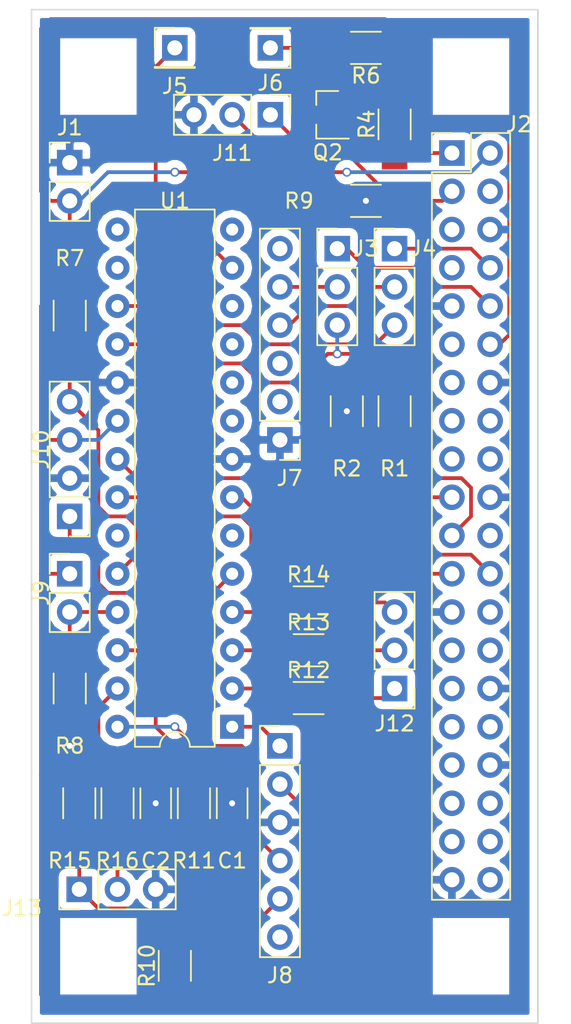
<source format=kicad_pcb>
(kicad_pcb (version 4) (host pcbnew 4.0.7)

  (general
    (links 73)
    (no_connects 0)
    (area 35.447856 65.91 73.398811 134.035001)
    (thickness 1.6)
    (drawings 27)
    (tracks 201)
    (zones 0)
    (modules 31)
    (nets 33)
  )

  (page A4)
  (layers
    (0 F.Cu signal)
    (31 B.Cu signal hide)
    (32 B.Adhes user)
    (33 F.Adhes user)
    (34 B.Paste user)
    (35 F.Paste user)
    (36 B.SilkS user)
    (37 F.SilkS user)
    (38 B.Mask user)
    (39 F.Mask user)
    (40 Dwgs.User user)
    (41 Cmts.User user)
    (42 Eco1.User user)
    (43 Eco2.User user)
    (44 Edge.Cuts user)
    (45 Margin user)
    (46 B.CrtYd user)
    (47 F.CrtYd user)
    (48 B.Fab user)
    (49 F.Fab user)
  )

  (setup
    (last_trace_width 0.25)
    (trace_clearance 0.2)
    (zone_clearance 0.508)
    (zone_45_only yes)
    (trace_min 0.2)
    (segment_width 0.2)
    (edge_width 0.1)
    (via_size 0.6)
    (via_drill 0.4)
    (via_min_size 0.4)
    (via_min_drill 0.3)
    (uvia_size 0.3)
    (uvia_drill 0.1)
    (uvias_allowed no)
    (uvia_min_size 0.2)
    (uvia_min_drill 0.1)
    (pcb_text_width 0.3)
    (pcb_text_size 1.5 1.5)
    (mod_edge_width 0.15)
    (mod_text_size 1 1)
    (mod_text_width 0.15)
    (pad_size 1.5 1.5)
    (pad_drill 0.6)
    (pad_to_mask_clearance 0)
    (aux_axis_origin 0 0)
    (visible_elements FFFFFF7F)
    (pcbplotparams
      (layerselection 0x00030_80000001)
      (usegerberextensions false)
      (excludeedgelayer true)
      (linewidth 0.100000)
      (plotframeref false)
      (viasonmask false)
      (mode 1)
      (useauxorigin false)
      (hpglpennumber 1)
      (hpglpenspeed 20)
      (hpglpendiameter 15)
      (hpglpenoverlay 2)
      (psnegative false)
      (psa4output false)
      (plotreference true)
      (plotvalue true)
      (plotinvisibletext false)
      (padsonsilk false)
      (subtractmaskfromsilk false)
      (outputformat 1)
      (mirror false)
      (drillshape 1)
      (scaleselection 1)
      (outputdirectory ""))
  )

  (net 0 "")
  (net 1 /ENC_B)
  (net 2 GND)
  (net 3 /ENC_A)
  (net 4 +5V)
  (net 5 +3V3)
  (net 6 /RPI_TX)
  (net 7 /RPI_RX)
  (net 8 /STRIP_OUT)
  (net 9 /TEMP_IN)
  (net 10 /MOSI)
  (net 11 /MISO)
  (net 12 /SCLK)
  (net 13 /_CE0)
  (net 14 /SER_RX)
  (net 15 /PIC_RX)
  (net 16 /SER_TX)
  (net 17 /PIC_TX)
  (net 18 /VPP/_MCLR)
  (net 19 /PGD)
  (net 20 /ENC_BTN)
  (net 21 /FB_CATH)
  (net 22 /FBTN)
  (net 23 "Net-(J12-Pad1)")
  (net 24 "Net-(J12-Pad2)")
  (net 25 "Net-(J12-Pad3)")
  (net 26 /FAN_IN)
  (net 27 /ENC_LED_R)
  (net 28 /ENC_LED_G)
  (net 29 /ENC_LED_B)
  (net 30 "Net-(J6-Pad1)")
  (net 31 "Net-(C1-Pad1)")
  (net 32 "Net-(C2-Pad1)")

  (net_class Default "This is the default net class."
    (clearance 0.2)
    (trace_width 0.25)
    (via_dia 0.6)
    (via_drill 0.4)
    (uvia_dia 0.3)
    (uvia_drill 0.1)
    (add_net +3V3)
    (add_net +5V)
    (add_net /ENC_A)
    (add_net /ENC_B)
    (add_net /ENC_BTN)
    (add_net /ENC_LED_B)
    (add_net /ENC_LED_G)
    (add_net /ENC_LED_R)
    (add_net /FAN_IN)
    (add_net /FBTN)
    (add_net /FB_CATH)
    (add_net /MISO)
    (add_net /MOSI)
    (add_net /PGD)
    (add_net /PIC_RX)
    (add_net /PIC_TX)
    (add_net /RPI_RX)
    (add_net /RPI_TX)
    (add_net /SCLK)
    (add_net /SER_RX)
    (add_net /SER_TX)
    (add_net /STRIP_OUT)
    (add_net /TEMP_IN)
    (add_net /VPP/_MCLR)
    (add_net /_CE0)
    (add_net GND)
    (add_net "Net-(C1-Pad1)")
    (add_net "Net-(C2-Pad1)")
    (add_net "Net-(J12-Pad1)")
    (add_net "Net-(J12-Pad2)")
    (add_net "Net-(J12-Pad3)")
    (add_net "Net-(J6-Pad1)")
  )

  (module Capacitors_SMD:C_1206_HandSoldering (layer F.Cu) (tedit 5A6FF117) (tstamp 5A6FAA29)
    (at 50.8 119.38 270)
    (descr "Capacitor SMD 1206, hand soldering")
    (tags "capacitor 1206")
    (path /5A67D544)
    (attr smd)
    (fp_text reference C1 (at 3.81 0 360) (layer F.SilkS)
      (effects (font (size 1 1) (thickness 0.15)))
    )
    (fp_text value .01uF (at 0 2 270) (layer F.Fab)
      (effects (font (size 1 1) (thickness 0.15)))
    )
    (fp_text user %R (at 0 -1.75 270) (layer F.Fab)
      (effects (font (size 1 1) (thickness 0.15)))
    )
    (fp_line (start -1.6 0.8) (end -1.6 -0.8) (layer F.Fab) (width 0.1))
    (fp_line (start 1.6 0.8) (end -1.6 0.8) (layer F.Fab) (width 0.1))
    (fp_line (start 1.6 -0.8) (end 1.6 0.8) (layer F.Fab) (width 0.1))
    (fp_line (start -1.6 -0.8) (end 1.6 -0.8) (layer F.Fab) (width 0.1))
    (fp_line (start 1 -1.02) (end -1 -1.02) (layer F.SilkS) (width 0.12))
    (fp_line (start -1 1.02) (end 1 1.02) (layer F.SilkS) (width 0.12))
    (fp_line (start -3.25 -1.05) (end 3.25 -1.05) (layer F.CrtYd) (width 0.05))
    (fp_line (start -3.25 -1.05) (end -3.25 1.05) (layer F.CrtYd) (width 0.05))
    (fp_line (start 3.25 1.05) (end 3.25 -1.05) (layer F.CrtYd) (width 0.05))
    (fp_line (start 3.25 1.05) (end -3.25 1.05) (layer F.CrtYd) (width 0.05))
    (pad 1 smd rect (at -2 0 270) (size 2 1.6) (layers F.Cu F.Paste F.Mask)
      (net 31 "Net-(C1-Pad1)"))
    (pad 2 smd rect (at 2 0 270) (size 2 1.6) (layers F.Cu F.Paste F.Mask)
      (net 2 GND))
    (model Capacitors_SMD.3dshapes/C_1206.wrl
      (at (xyz 0 0 0))
      (scale (xyz 1 1 1))
      (rotate (xyz 0 0 0))
    )
  )

  (module Capacitors_SMD:C_1206_HandSoldering (layer F.Cu) (tedit 5A6FF112) (tstamp 5A6FAA2F)
    (at 45.72 119.38 270)
    (descr "Capacitor SMD 1206, hand soldering")
    (tags "capacitor 1206")
    (path /5A67D644)
    (attr smd)
    (fp_text reference C2 (at 3.81 0 360) (layer F.SilkS)
      (effects (font (size 1 1) (thickness 0.15)))
    )
    (fp_text value .01uF (at 0 2 270) (layer F.Fab)
      (effects (font (size 1 1) (thickness 0.15)))
    )
    (fp_text user %R (at 0 -1.75 270) (layer F.Fab)
      (effects (font (size 1 1) (thickness 0.15)))
    )
    (fp_line (start -1.6 0.8) (end -1.6 -0.8) (layer F.Fab) (width 0.1))
    (fp_line (start 1.6 0.8) (end -1.6 0.8) (layer F.Fab) (width 0.1))
    (fp_line (start 1.6 -0.8) (end 1.6 0.8) (layer F.Fab) (width 0.1))
    (fp_line (start -1.6 -0.8) (end 1.6 -0.8) (layer F.Fab) (width 0.1))
    (fp_line (start 1 -1.02) (end -1 -1.02) (layer F.SilkS) (width 0.12))
    (fp_line (start -1 1.02) (end 1 1.02) (layer F.SilkS) (width 0.12))
    (fp_line (start -3.25 -1.05) (end 3.25 -1.05) (layer F.CrtYd) (width 0.05))
    (fp_line (start -3.25 -1.05) (end -3.25 1.05) (layer F.CrtYd) (width 0.05))
    (fp_line (start 3.25 1.05) (end 3.25 -1.05) (layer F.CrtYd) (width 0.05))
    (fp_line (start 3.25 1.05) (end -3.25 1.05) (layer F.CrtYd) (width 0.05))
    (pad 1 smd rect (at -2 0 270) (size 2 1.6) (layers F.Cu F.Paste F.Mask)
      (net 32 "Net-(C2-Pad1)"))
    (pad 2 smd rect (at 2 0 270) (size 2 1.6) (layers F.Cu F.Paste F.Mask)
      (net 2 GND))
    (model Capacitors_SMD.3dshapes/C_1206.wrl
      (at (xyz 0 0 0))
      (scale (xyz 1 1 1))
      (rotate (xyz 0 0 0))
    )
  )

  (module Pin_Headers:Pin_Header_Straight_1x02_Pitch2.54mm (layer F.Cu) (tedit 5A710D2E) (tstamp 5A6FAA35)
    (at 40.005 76.835)
    (descr "Through hole straight pin header, 1x02, 2.54mm pitch, single row")
    (tags "Through hole pin header THT 1x02 2.54mm single row")
    (path /5A66C0D5)
    (fp_text reference J1 (at 0 -2.33) (layer F.SilkS)
      (effects (font (size 1 1) (thickness 0.15)))
    )
    (fp_text value "Power +5V" (at 0 4.87) (layer F.Fab)
      (effects (font (size 1 1) (thickness 0.15)))
    )
    (fp_line (start -0.635 -1.27) (end 1.27 -1.27) (layer F.Fab) (width 0.1))
    (fp_line (start 1.27 -1.27) (end 1.27 3.81) (layer F.Fab) (width 0.1))
    (fp_line (start 1.27 3.81) (end -1.27 3.81) (layer F.Fab) (width 0.1))
    (fp_line (start -1.27 3.81) (end -1.27 -0.635) (layer F.Fab) (width 0.1))
    (fp_line (start -1.27 -0.635) (end -0.635 -1.27) (layer F.Fab) (width 0.1))
    (fp_line (start -1.33 3.87) (end 1.33 3.87) (layer F.SilkS) (width 0.12))
    (fp_line (start -1.33 1.27) (end -1.33 3.87) (layer F.SilkS) (width 0.12))
    (fp_line (start 1.33 1.27) (end 1.33 3.87) (layer F.SilkS) (width 0.12))
    (fp_line (start -1.33 1.27) (end 1.33 1.27) (layer F.SilkS) (width 0.12))
    (fp_line (start -1.33 0) (end -1.33 -1.33) (layer F.SilkS) (width 0.12))
    (fp_line (start -1.33 -1.33) (end 0 -1.33) (layer F.SilkS) (width 0.12))
    (fp_line (start -1.8 -1.8) (end -1.8 4.35) (layer F.CrtYd) (width 0.05))
    (fp_line (start -1.8 4.35) (end 1.8 4.35) (layer F.CrtYd) (width 0.05))
    (fp_line (start 1.8 4.35) (end 1.8 -1.8) (layer F.CrtYd) (width 0.05))
    (fp_line (start 1.8 -1.8) (end -1.8 -1.8) (layer F.CrtYd) (width 0.05))
    (fp_text user %R (at 0 1.27 90) (layer F.Fab)
      (effects (font (size 1 1) (thickness 0.15)))
    )
    (pad 1 thru_hole rect (at 0 0) (size 1.7 1.7) (drill 1) (layers *.Cu *.Mask)
      (net 2 GND))
    (pad 2 thru_hole oval (at 0 2.54) (size 1.7 1.7) (drill 1) (layers *.Cu *.Mask)
      (net 4 +5V))
    (model ${KISYS3DMOD}/Pin_Headers.3dshapes/Pin_Header_Straight_1x02_Pitch2.54mm.wrl
      (at (xyz 0 0 0))
      (scale (xyz 1 1 1))
      (rotate (xyz 0 0 0))
    )
  )

  (module Pin_Headers:Pin_Header_Straight_2x20_Pitch2.54mm (layer F.Cu) (tedit 5A6FEFF5) (tstamp 5A6FAA61)
    (at 65.405 76.2)
    (descr "Through hole straight pin header, 2x20, 2.54mm pitch, double rows")
    (tags "Through hole pin header THT 2x20 2.54mm double row")
    (path /5A66BF25)
    (fp_text reference J2 (at 4.445 -1.905) (layer F.SilkS)
      (effects (font (size 1 1) (thickness 0.15)))
    )
    (fp_text value Raspberry_Pi_2_3 (at 1.27 50.59) (layer F.Fab)
      (effects (font (size 1 1) (thickness 0.15)))
    )
    (fp_line (start 0 -1.27) (end 3.81 -1.27) (layer F.Fab) (width 0.1))
    (fp_line (start 3.81 -1.27) (end 3.81 49.53) (layer F.Fab) (width 0.1))
    (fp_line (start 3.81 49.53) (end -1.27 49.53) (layer F.Fab) (width 0.1))
    (fp_line (start -1.27 49.53) (end -1.27 0) (layer F.Fab) (width 0.1))
    (fp_line (start -1.27 0) (end 0 -1.27) (layer F.Fab) (width 0.1))
    (fp_line (start -1.33 49.59) (end 3.87 49.59) (layer F.SilkS) (width 0.12))
    (fp_line (start -1.33 1.27) (end -1.33 49.59) (layer F.SilkS) (width 0.12))
    (fp_line (start 3.87 -1.33) (end 3.87 49.59) (layer F.SilkS) (width 0.12))
    (fp_line (start -1.33 1.27) (end 1.27 1.27) (layer F.SilkS) (width 0.12))
    (fp_line (start 1.27 1.27) (end 1.27 -1.33) (layer F.SilkS) (width 0.12))
    (fp_line (start 1.27 -1.33) (end 3.87 -1.33) (layer F.SilkS) (width 0.12))
    (fp_line (start -1.33 0) (end -1.33 -1.33) (layer F.SilkS) (width 0.12))
    (fp_line (start -1.33 -1.33) (end 0 -1.33) (layer F.SilkS) (width 0.12))
    (fp_line (start -1.8 -1.8) (end -1.8 50.05) (layer F.CrtYd) (width 0.05))
    (fp_line (start -1.8 50.05) (end 4.35 50.05) (layer F.CrtYd) (width 0.05))
    (fp_line (start 4.35 50.05) (end 4.35 -1.8) (layer F.CrtYd) (width 0.05))
    (fp_line (start 4.35 -1.8) (end -1.8 -1.8) (layer F.CrtYd) (width 0.05))
    (pad 1 thru_hole rect (at 0 0) (size 1.7 1.7) (drill 1) (layers *.Cu *.Mask)
      (net 5 +3V3))
    (pad 2 thru_hole oval (at 2.54 0) (size 1.7 1.7) (drill 1) (layers *.Cu *.Mask)
      (net 4 +5V))
    (pad 3 thru_hole oval (at 0 2.54) (size 1.7 1.7) (drill 1) (layers *.Cu *.Mask)
      (net 9 /TEMP_IN))
    (pad 4 thru_hole oval (at 2.54 2.54) (size 1.7 1.7) (drill 1) (layers *.Cu *.Mask))
    (pad 5 thru_hole oval (at 0 5.08) (size 1.7 1.7) (drill 1) (layers *.Cu *.Mask))
    (pad 6 thru_hole oval (at 2.54 5.08) (size 1.7 1.7) (drill 1) (layers *.Cu *.Mask)
      (net 2 GND))
    (pad 7 thru_hole oval (at 0 7.62) (size 1.7 1.7) (drill 1) (layers *.Cu *.Mask))
    (pad 8 thru_hole oval (at 2.54 7.62) (size 1.7 1.7) (drill 1) (layers *.Cu *.Mask)
      (net 6 /RPI_TX))
    (pad 9 thru_hole oval (at 0 10.16) (size 1.7 1.7) (drill 1) (layers *.Cu *.Mask)
      (net 2 GND))
    (pad 10 thru_hole oval (at 2.54 10.16) (size 1.7 1.7) (drill 1) (layers *.Cu *.Mask)
      (net 7 /RPI_RX))
    (pad 11 thru_hole oval (at 0 12.7) (size 1.7 1.7) (drill 1) (layers *.Cu *.Mask))
    (pad 12 thru_hole oval (at 2.54 12.7) (size 1.7 1.7) (drill 1) (layers *.Cu *.Mask)
      (net 8 /STRIP_OUT))
    (pad 13 thru_hole oval (at 0 15.24) (size 1.7 1.7) (drill 1) (layers *.Cu *.Mask))
    (pad 14 thru_hole oval (at 2.54 15.24) (size 1.7 1.7) (drill 1) (layers *.Cu *.Mask)
      (net 2 GND))
    (pad 15 thru_hole oval (at 0 17.78) (size 1.7 1.7) (drill 1) (layers *.Cu *.Mask))
    (pad 16 thru_hole oval (at 2.54 17.78) (size 1.7 1.7) (drill 1) (layers *.Cu *.Mask))
    (pad 17 thru_hole oval (at 0 20.32) (size 1.7 1.7) (drill 1) (layers *.Cu *.Mask))
    (pad 18 thru_hole oval (at 2.54 20.32) (size 1.7 1.7) (drill 1) (layers *.Cu *.Mask))
    (pad 19 thru_hole oval (at 0 22.86) (size 1.7 1.7) (drill 1) (layers *.Cu *.Mask)
      (net 10 /MOSI))
    (pad 20 thru_hole oval (at 2.54 22.86) (size 1.7 1.7) (drill 1) (layers *.Cu *.Mask)
      (net 2 GND))
    (pad 21 thru_hole oval (at 0 25.4) (size 1.7 1.7) (drill 1) (layers *.Cu *.Mask)
      (net 11 /MISO))
    (pad 22 thru_hole oval (at 2.54 25.4) (size 1.7 1.7) (drill 1) (layers *.Cu *.Mask))
    (pad 23 thru_hole oval (at 0 27.94) (size 1.7 1.7) (drill 1) (layers *.Cu *.Mask)
      (net 12 /SCLK))
    (pad 24 thru_hole oval (at 2.54 27.94) (size 1.7 1.7) (drill 1) (layers *.Cu *.Mask)
      (net 13 /_CE0))
    (pad 25 thru_hole oval (at 0 30.48) (size 1.7 1.7) (drill 1) (layers *.Cu *.Mask)
      (net 2 GND))
    (pad 26 thru_hole oval (at 2.54 30.48) (size 1.7 1.7) (drill 1) (layers *.Cu *.Mask))
    (pad 27 thru_hole oval (at 0 33.02) (size 1.7 1.7) (drill 1) (layers *.Cu *.Mask))
    (pad 28 thru_hole oval (at 2.54 33.02) (size 1.7 1.7) (drill 1) (layers *.Cu *.Mask))
    (pad 29 thru_hole oval (at 0 35.56) (size 1.7 1.7) (drill 1) (layers *.Cu *.Mask))
    (pad 30 thru_hole oval (at 2.54 35.56) (size 1.7 1.7) (drill 1) (layers *.Cu *.Mask)
      (net 2 GND))
    (pad 31 thru_hole oval (at 0 38.1) (size 1.7 1.7) (drill 1) (layers *.Cu *.Mask))
    (pad 32 thru_hole oval (at 2.54 38.1) (size 1.7 1.7) (drill 1) (layers *.Cu *.Mask))
    (pad 33 thru_hole oval (at 0 40.64) (size 1.7 1.7) (drill 1) (layers *.Cu *.Mask))
    (pad 34 thru_hole oval (at 2.54 40.64) (size 1.7 1.7) (drill 1) (layers *.Cu *.Mask)
      (net 2 GND))
    (pad 35 thru_hole oval (at 0 43.18) (size 1.7 1.7) (drill 1) (layers *.Cu *.Mask))
    (pad 36 thru_hole oval (at 2.54 43.18) (size 1.7 1.7) (drill 1) (layers *.Cu *.Mask))
    (pad 37 thru_hole oval (at 0 45.72) (size 1.7 1.7) (drill 1) (layers *.Cu *.Mask))
    (pad 38 thru_hole oval (at 2.54 45.72) (size 1.7 1.7) (drill 1) (layers *.Cu *.Mask))
    (pad 39 thru_hole oval (at 0 48.26) (size 1.7 1.7) (drill 1) (layers *.Cu *.Mask)
      (net 2 GND))
    (pad 40 thru_hole oval (at 2.54 48.26) (size 1.7 1.7) (drill 1) (layers *.Cu *.Mask))
    (model ${KISYS3DMOD}/Pin_Headers.3dshapes/Pin_Header_Straight_2x20_Pitch2.54mm.wrl
      (at (xyz 0 0 0))
      (scale (xyz 1 1 1))
      (rotate (xyz 0 0 0))
    )
  )

  (module Pin_Headers:Pin_Header_Straight_1x03_Pitch2.54mm (layer F.Cu) (tedit 5A710D64) (tstamp 5A6FAA68)
    (at 57.785 82.55)
    (descr "Through hole straight pin header, 1x03, 2.54mm pitch, single row")
    (tags "Through hole pin header THT 1x03 2.54mm single row")
    (path /5A68DF4C)
    (fp_text reference J3 (at 1.905 0) (layer F.SilkS)
      (effects (font (size 1 1) (thickness 0.15)))
    )
    (fp_text value SerialRX (at 0 7.41) (layer F.Fab)
      (effects (font (size 1 1) (thickness 0.15)))
    )
    (fp_line (start -0.635 -1.27) (end 1.27 -1.27) (layer F.Fab) (width 0.1))
    (fp_line (start 1.27 -1.27) (end 1.27 6.35) (layer F.Fab) (width 0.1))
    (fp_line (start 1.27 6.35) (end -1.27 6.35) (layer F.Fab) (width 0.1))
    (fp_line (start -1.27 6.35) (end -1.27 -0.635) (layer F.Fab) (width 0.1))
    (fp_line (start -1.27 -0.635) (end -0.635 -1.27) (layer F.Fab) (width 0.1))
    (fp_line (start -1.33 6.41) (end 1.33 6.41) (layer F.SilkS) (width 0.12))
    (fp_line (start -1.33 1.27) (end -1.33 6.41) (layer F.SilkS) (width 0.12))
    (fp_line (start 1.33 1.27) (end 1.33 6.41) (layer F.SilkS) (width 0.12))
    (fp_line (start -1.33 1.27) (end 1.33 1.27) (layer F.SilkS) (width 0.12))
    (fp_line (start -1.33 0) (end -1.33 -1.33) (layer F.SilkS) (width 0.12))
    (fp_line (start -1.33 -1.33) (end 0 -1.33) (layer F.SilkS) (width 0.12))
    (fp_line (start -1.8 -1.8) (end -1.8 6.85) (layer F.CrtYd) (width 0.05))
    (fp_line (start -1.8 6.85) (end 1.8 6.85) (layer F.CrtYd) (width 0.05))
    (fp_line (start 1.8 6.85) (end 1.8 -1.8) (layer F.CrtYd) (width 0.05))
    (fp_line (start 1.8 -1.8) (end -1.8 -1.8) (layer F.CrtYd) (width 0.05))
    (fp_text user %R (at 0 2.54 90) (layer F.Fab)
      (effects (font (size 1 1) (thickness 0.15)))
    )
    (pad 1 thru_hole rect (at 0 0) (size 1.7 1.7) (drill 1) (layers *.Cu *.Mask)
      (net 7 /RPI_RX))
    (pad 2 thru_hole oval (at 0 2.54) (size 1.7 1.7) (drill 1) (layers *.Cu *.Mask)
      (net 14 /SER_RX))
    (pad 3 thru_hole oval (at 0 5.08) (size 1.7 1.7) (drill 1) (layers *.Cu *.Mask)
      (net 15 /PIC_RX))
    (model ${KISYS3DMOD}/Pin_Headers.3dshapes/Pin_Header_Straight_1x03_Pitch2.54mm.wrl
      (at (xyz 0 0 0))
      (scale (xyz 1 1 1))
      (rotate (xyz 0 0 0))
    )
  )

  (module Pin_Headers:Pin_Header_Straight_1x03_Pitch2.54mm (layer F.Cu) (tedit 5A710D6B) (tstamp 5A6FAA6F)
    (at 61.595 82.55)
    (descr "Through hole straight pin header, 1x03, 2.54mm pitch, single row")
    (tags "Through hole pin header THT 1x03 2.54mm single row")
    (path /5A68DFDF)
    (fp_text reference J4 (at 1.905 0) (layer F.SilkS)
      (effects (font (size 1 1) (thickness 0.15)))
    )
    (fp_text value SerialTX (at 0 7.41) (layer F.Fab)
      (effects (font (size 1 1) (thickness 0.15)))
    )
    (fp_line (start -0.635 -1.27) (end 1.27 -1.27) (layer F.Fab) (width 0.1))
    (fp_line (start 1.27 -1.27) (end 1.27 6.35) (layer F.Fab) (width 0.1))
    (fp_line (start 1.27 6.35) (end -1.27 6.35) (layer F.Fab) (width 0.1))
    (fp_line (start -1.27 6.35) (end -1.27 -0.635) (layer F.Fab) (width 0.1))
    (fp_line (start -1.27 -0.635) (end -0.635 -1.27) (layer F.Fab) (width 0.1))
    (fp_line (start -1.33 6.41) (end 1.33 6.41) (layer F.SilkS) (width 0.12))
    (fp_line (start -1.33 1.27) (end -1.33 6.41) (layer F.SilkS) (width 0.12))
    (fp_line (start 1.33 1.27) (end 1.33 6.41) (layer F.SilkS) (width 0.12))
    (fp_line (start -1.33 1.27) (end 1.33 1.27) (layer F.SilkS) (width 0.12))
    (fp_line (start -1.33 0) (end -1.33 -1.33) (layer F.SilkS) (width 0.12))
    (fp_line (start -1.33 -1.33) (end 0 -1.33) (layer F.SilkS) (width 0.12))
    (fp_line (start -1.8 -1.8) (end -1.8 6.85) (layer F.CrtYd) (width 0.05))
    (fp_line (start -1.8 6.85) (end 1.8 6.85) (layer F.CrtYd) (width 0.05))
    (fp_line (start 1.8 6.85) (end 1.8 -1.8) (layer F.CrtYd) (width 0.05))
    (fp_line (start 1.8 -1.8) (end -1.8 -1.8) (layer F.CrtYd) (width 0.05))
    (fp_text user %R (at 0 2.54 90) (layer F.Fab)
      (effects (font (size 1 1) (thickness 0.15)))
    )
    (pad 1 thru_hole rect (at 0 0) (size 1.7 1.7) (drill 1) (layers *.Cu *.Mask)
      (net 6 /RPI_TX))
    (pad 2 thru_hole oval (at 0 2.54) (size 1.7 1.7) (drill 1) (layers *.Cu *.Mask)
      (net 16 /SER_TX))
    (pad 3 thru_hole oval (at 0 5.08) (size 1.7 1.7) (drill 1) (layers *.Cu *.Mask)
      (net 17 /PIC_TX))
    (model ${KISYS3DMOD}/Pin_Headers.3dshapes/Pin_Header_Straight_1x03_Pitch2.54mm.wrl
      (at (xyz 0 0 0))
      (scale (xyz 1 1 1))
      (rotate (xyz 0 0 0))
    )
  )

  (module Pin_Headers:Pin_Header_Straight_1x01_Pitch2.54mm (layer F.Cu) (tedit 5A710E03) (tstamp 5A6FAA74)
    (at 46.99 69.215)
    (descr "Through hole straight pin header, 1x01, 2.54mm pitch, single row")
    (tags "Through hole pin header THT 1x01 2.54mm single row")
    (path /5A6FD6C3)
    (fp_text reference J5 (at 0 2.54) (layer F.SilkS)
      (effects (font (size 1 1) (thickness 0.15)))
    )
    (fp_text value FanOn (at 0 2.33) (layer F.Fab)
      (effects (font (size 1 1) (thickness 0.15)))
    )
    (fp_line (start -0.635 -1.27) (end 1.27 -1.27) (layer F.Fab) (width 0.1))
    (fp_line (start 1.27 -1.27) (end 1.27 1.27) (layer F.Fab) (width 0.1))
    (fp_line (start 1.27 1.27) (end -1.27 1.27) (layer F.Fab) (width 0.1))
    (fp_line (start -1.27 1.27) (end -1.27 -0.635) (layer F.Fab) (width 0.1))
    (fp_line (start -1.27 -0.635) (end -0.635 -1.27) (layer F.Fab) (width 0.1))
    (fp_line (start -1.33 1.33) (end 1.33 1.33) (layer F.SilkS) (width 0.12))
    (fp_line (start -1.33 1.27) (end -1.33 1.33) (layer F.SilkS) (width 0.12))
    (fp_line (start 1.33 1.27) (end 1.33 1.33) (layer F.SilkS) (width 0.12))
    (fp_line (start -1.33 1.27) (end 1.33 1.27) (layer F.SilkS) (width 0.12))
    (fp_line (start -1.33 0) (end -1.33 -1.33) (layer F.SilkS) (width 0.12))
    (fp_line (start -1.33 -1.33) (end 0 -1.33) (layer F.SilkS) (width 0.12))
    (fp_line (start -1.8 -1.8) (end -1.8 1.8) (layer F.CrtYd) (width 0.05))
    (fp_line (start -1.8 1.8) (end 1.8 1.8) (layer F.CrtYd) (width 0.05))
    (fp_line (start 1.8 1.8) (end 1.8 -1.8) (layer F.CrtYd) (width 0.05))
    (fp_line (start 1.8 -1.8) (end -1.8 -1.8) (layer F.CrtYd) (width 0.05))
    (fp_text user %R (at 0 0 90) (layer F.Fab)
      (effects (font (size 1 1) (thickness 0.15)))
    )
    (pad 1 thru_hole rect (at 0 0) (size 1.7 1.7) (drill 1) (layers *.Cu *.Mask)
      (net 26 /FAN_IN))
    (model ${KISYS3DMOD}/Pin_Headers.3dshapes/Pin_Header_Straight_1x01_Pitch2.54mm.wrl
      (at (xyz 0 0 0))
      (scale (xyz 1 1 1))
      (rotate (xyz 0 0 0))
    )
  )

  (module Pin_Headers:Pin_Header_Straight_1x01_Pitch2.54mm (layer F.Cu) (tedit 5A710D46) (tstamp 5A6FAA79)
    (at 53.34 69.215 180)
    (descr "Through hole straight pin header, 1x01, 2.54mm pitch, single row")
    (tags "Through hole pin header THT 1x01 2.54mm single row")
    (path /5A678DB8)
    (fp_text reference J6 (at 0 -2.33 180) (layer F.SilkS)
      (effects (font (size 1 1) (thickness 0.15)))
    )
    (fp_text value LightStrip (at 0 2.33 180) (layer F.Fab)
      (effects (font (size 1 1) (thickness 0.15)))
    )
    (fp_line (start -0.635 -1.27) (end 1.27 -1.27) (layer F.Fab) (width 0.1))
    (fp_line (start 1.27 -1.27) (end 1.27 1.27) (layer F.Fab) (width 0.1))
    (fp_line (start 1.27 1.27) (end -1.27 1.27) (layer F.Fab) (width 0.1))
    (fp_line (start -1.27 1.27) (end -1.27 -0.635) (layer F.Fab) (width 0.1))
    (fp_line (start -1.27 -0.635) (end -0.635 -1.27) (layer F.Fab) (width 0.1))
    (fp_line (start -1.33 1.33) (end 1.33 1.33) (layer F.SilkS) (width 0.12))
    (fp_line (start -1.33 1.27) (end -1.33 1.33) (layer F.SilkS) (width 0.12))
    (fp_line (start 1.33 1.27) (end 1.33 1.33) (layer F.SilkS) (width 0.12))
    (fp_line (start -1.33 1.27) (end 1.33 1.27) (layer F.SilkS) (width 0.12))
    (fp_line (start -1.33 0) (end -1.33 -1.33) (layer F.SilkS) (width 0.12))
    (fp_line (start -1.33 -1.33) (end 0 -1.33) (layer F.SilkS) (width 0.12))
    (fp_line (start -1.8 -1.8) (end -1.8 1.8) (layer F.CrtYd) (width 0.05))
    (fp_line (start -1.8 1.8) (end 1.8 1.8) (layer F.CrtYd) (width 0.05))
    (fp_line (start 1.8 1.8) (end 1.8 -1.8) (layer F.CrtYd) (width 0.05))
    (fp_line (start 1.8 -1.8) (end -1.8 -1.8) (layer F.CrtYd) (width 0.05))
    (pad 1 thru_hole rect (at 0 0 180) (size 1.7 1.7) (drill 1) (layers *.Cu *.Mask)
      (net 30 "Net-(J6-Pad1)"))
    (model ${KISYS3DMOD}/Pin_Headers.3dshapes/Pin_Header_Straight_1x01_Pitch2.54mm.wrl
      (at (xyz 0 0 0))
      (scale (xyz 1 1 1))
      (rotate (xyz 0 0 0))
    )
  )

  (module Pin_Headers:Pin_Header_Straight_1x06_Pitch2.54mm (layer F.Cu) (tedit 5A710DF5) (tstamp 5A6FAA83)
    (at 53.975 95.25 180)
    (descr "Through hole straight pin header, 1x06, 2.54mm pitch, single row")
    (tags "Through hole pin header THT 1x06 2.54mm single row")
    (path /5A68DE7C)
    (fp_text reference J7 (at -0.635 -2.54 180) (layer F.SilkS)
      (effects (font (size 1 1) (thickness 0.15)))
    )
    (fp_text value SerialComm (at 0 15.03 180) (layer F.Fab)
      (effects (font (size 1 1) (thickness 0.15)))
    )
    (fp_line (start -0.635 -1.27) (end 1.27 -1.27) (layer F.Fab) (width 0.1))
    (fp_line (start 1.27 -1.27) (end 1.27 13.97) (layer F.Fab) (width 0.1))
    (fp_line (start 1.27 13.97) (end -1.27 13.97) (layer F.Fab) (width 0.1))
    (fp_line (start -1.27 13.97) (end -1.27 -0.635) (layer F.Fab) (width 0.1))
    (fp_line (start -1.27 -0.635) (end -0.635 -1.27) (layer F.Fab) (width 0.1))
    (fp_line (start -1.33 14.03) (end 1.33 14.03) (layer F.SilkS) (width 0.12))
    (fp_line (start -1.33 1.27) (end -1.33 14.03) (layer F.SilkS) (width 0.12))
    (fp_line (start 1.33 1.27) (end 1.33 14.03) (layer F.SilkS) (width 0.12))
    (fp_line (start -1.33 1.27) (end 1.33 1.27) (layer F.SilkS) (width 0.12))
    (fp_line (start -1.33 0) (end -1.33 -1.33) (layer F.SilkS) (width 0.12))
    (fp_line (start -1.33 -1.33) (end 0 -1.33) (layer F.SilkS) (width 0.12))
    (fp_line (start -1.8 -1.8) (end -1.8 14.5) (layer F.CrtYd) (width 0.05))
    (fp_line (start -1.8 14.5) (end 1.8 14.5) (layer F.CrtYd) (width 0.05))
    (fp_line (start 1.8 14.5) (end 1.8 -1.8) (layer F.CrtYd) (width 0.05))
    (fp_line (start 1.8 -1.8) (end -1.8 -1.8) (layer F.CrtYd) (width 0.05))
    (fp_text user %R (at 0 6.35 270) (layer F.Fab)
      (effects (font (size 1 1) (thickness 0.15)))
    )
    (pad 1 thru_hole rect (at 0 0 180) (size 1.7 1.7) (drill 1) (layers *.Cu *.Mask)
      (net 2 GND))
    (pad 2 thru_hole oval (at 0 2.54 180) (size 1.7 1.7) (drill 1) (layers *.Cu *.Mask))
    (pad 3 thru_hole oval (at 0 5.08 180) (size 1.7 1.7) (drill 1) (layers *.Cu *.Mask))
    (pad 4 thru_hole oval (at 0 7.62 180) (size 1.7 1.7) (drill 1) (layers *.Cu *.Mask)
      (net 16 /SER_TX))
    (pad 5 thru_hole oval (at 0 10.16 180) (size 1.7 1.7) (drill 1) (layers *.Cu *.Mask)
      (net 14 /SER_RX))
    (pad 6 thru_hole oval (at 0 12.7 180) (size 1.7 1.7) (drill 1) (layers *.Cu *.Mask))
    (model ${KISYS3DMOD}/Pin_Headers.3dshapes/Pin_Header_Straight_1x06_Pitch2.54mm.wrl
      (at (xyz 0 0 0))
      (scale (xyz 1 1 1))
      (rotate (xyz 0 0 0))
    )
  )

  (module Pin_Headers:Pin_Header_Straight_1x06_Pitch2.54mm (layer F.Cu) (tedit 5A710D8B) (tstamp 5A6FAA8D)
    (at 53.975 115.57)
    (descr "Through hole straight pin header, 1x06, 2.54mm pitch, single row")
    (tags "Through hole pin header THT 1x06 2.54mm single row")
    (path /5A66C175)
    (fp_text reference J8 (at 0 15.24) (layer F.SilkS)
      (effects (font (size 1 1) (thickness 0.15)))
    )
    (fp_text value PICKit (at 0 15.03) (layer F.Fab)
      (effects (font (size 1 1) (thickness 0.15)))
    )
    (fp_line (start -0.635 -1.27) (end 1.27 -1.27) (layer F.Fab) (width 0.1))
    (fp_line (start 1.27 -1.27) (end 1.27 13.97) (layer F.Fab) (width 0.1))
    (fp_line (start 1.27 13.97) (end -1.27 13.97) (layer F.Fab) (width 0.1))
    (fp_line (start -1.27 13.97) (end -1.27 -0.635) (layer F.Fab) (width 0.1))
    (fp_line (start -1.27 -0.635) (end -0.635 -1.27) (layer F.Fab) (width 0.1))
    (fp_line (start -1.33 14.03) (end 1.33 14.03) (layer F.SilkS) (width 0.12))
    (fp_line (start -1.33 1.27) (end -1.33 14.03) (layer F.SilkS) (width 0.12))
    (fp_line (start 1.33 1.27) (end 1.33 14.03) (layer F.SilkS) (width 0.12))
    (fp_line (start -1.33 1.27) (end 1.33 1.27) (layer F.SilkS) (width 0.12))
    (fp_line (start -1.33 0) (end -1.33 -1.33) (layer F.SilkS) (width 0.12))
    (fp_line (start -1.33 -1.33) (end 0 -1.33) (layer F.SilkS) (width 0.12))
    (fp_line (start -1.8 -1.8) (end -1.8 14.5) (layer F.CrtYd) (width 0.05))
    (fp_line (start -1.8 14.5) (end 1.8 14.5) (layer F.CrtYd) (width 0.05))
    (fp_line (start 1.8 14.5) (end 1.8 -1.8) (layer F.CrtYd) (width 0.05))
    (fp_line (start 1.8 -1.8) (end -1.8 -1.8) (layer F.CrtYd) (width 0.05))
    (fp_text user %R (at 0 6.35 90) (layer F.Fab)
      (effects (font (size 1 1) (thickness 0.15)))
    )
    (pad 1 thru_hole rect (at 0 0) (size 1.7 1.7) (drill 1) (layers *.Cu *.Mask)
      (net 18 /VPP/_MCLR))
    (pad 2 thru_hole oval (at 0 2.54) (size 1.7 1.7) (drill 1) (layers *.Cu *.Mask)
      (net 4 +5V))
    (pad 3 thru_hole oval (at 0 5.08) (size 1.7 1.7) (drill 1) (layers *.Cu *.Mask)
      (net 2 GND))
    (pad 4 thru_hole oval (at 0 7.62) (size 1.7 1.7) (drill 1) (layers *.Cu *.Mask)
      (net 19 /PGD))
    (pad 5 thru_hole oval (at 0 10.16) (size 1.7 1.7) (drill 1) (layers *.Cu *.Mask)
      (net 3 /ENC_A))
    (pad 6 thru_hole oval (at 0 12.7) (size 1.7 1.7) (drill 1) (layers *.Cu *.Mask))
    (model ${KISYS3DMOD}/Pin_Headers.3dshapes/Pin_Header_Straight_1x06_Pitch2.54mm.wrl
      (at (xyz 0 0 0))
      (scale (xyz 1 1 1))
      (rotate (xyz 0 0 0))
    )
  )

  (module Pin_Headers:Pin_Header_Straight_1x02_Pitch2.54mm (layer F.Cu) (tedit 5A710DEC) (tstamp 5A6FAA93)
    (at 40.005 104.14)
    (descr "Through hole straight pin header, 1x02, 2.54mm pitch, single row")
    (tags "Through hole pin header THT 1x02 2.54mm single row")
    (path /5A6FBA6F)
    (fp_text reference J9 (at -1.905 1.27 90) (layer F.SilkS)
      (effects (font (size 1 1) (thickness 0.15)))
    )
    (fp_text value EncoderBtn (at 0 4.87) (layer F.Fab)
      (effects (font (size 1 1) (thickness 0.15)))
    )
    (fp_line (start -0.635 -1.27) (end 1.27 -1.27) (layer F.Fab) (width 0.1))
    (fp_line (start 1.27 -1.27) (end 1.27 3.81) (layer F.Fab) (width 0.1))
    (fp_line (start 1.27 3.81) (end -1.27 3.81) (layer F.Fab) (width 0.1))
    (fp_line (start -1.27 3.81) (end -1.27 -0.635) (layer F.Fab) (width 0.1))
    (fp_line (start -1.27 -0.635) (end -0.635 -1.27) (layer F.Fab) (width 0.1))
    (fp_line (start -1.33 3.87) (end 1.33 3.87) (layer F.SilkS) (width 0.12))
    (fp_line (start -1.33 1.27) (end -1.33 3.87) (layer F.SilkS) (width 0.12))
    (fp_line (start 1.33 1.27) (end 1.33 3.87) (layer F.SilkS) (width 0.12))
    (fp_line (start -1.33 1.27) (end 1.33 1.27) (layer F.SilkS) (width 0.12))
    (fp_line (start -1.33 0) (end -1.33 -1.33) (layer F.SilkS) (width 0.12))
    (fp_line (start -1.33 -1.33) (end 0 -1.33) (layer F.SilkS) (width 0.12))
    (fp_line (start -1.8 -1.8) (end -1.8 4.35) (layer F.CrtYd) (width 0.05))
    (fp_line (start -1.8 4.35) (end 1.8 4.35) (layer F.CrtYd) (width 0.05))
    (fp_line (start 1.8 4.35) (end 1.8 -1.8) (layer F.CrtYd) (width 0.05))
    (fp_line (start 1.8 -1.8) (end -1.8 -1.8) (layer F.CrtYd) (width 0.05))
    (fp_text user %R (at 0 1.27 90) (layer F.Fab)
      (effects (font (size 1 1) (thickness 0.15)))
    )
    (pad 1 thru_hole rect (at 0 0) (size 1.7 1.7) (drill 1) (layers *.Cu *.Mask)
      (net 4 +5V))
    (pad 2 thru_hole oval (at 0 2.54) (size 1.7 1.7) (drill 1) (layers *.Cu *.Mask)
      (net 20 /ENC_BTN))
    (model ${KISYS3DMOD}/Pin_Headers.3dshapes/Pin_Header_Straight_1x02_Pitch2.54mm.wrl
      (at (xyz 0 0 0))
      (scale (xyz 1 1 1))
      (rotate (xyz 0 0 0))
    )
  )

  (module Pin_Headers:Pin_Header_Straight_1x04_Pitch2.54mm (layer F.Cu) (tedit 5A710DD7) (tstamp 5A6FAA9B)
    (at 40.005 100.33 180)
    (descr "Through hole straight pin header, 1x04, 2.54mm pitch, single row")
    (tags "Through hole pin header THT 1x04 2.54mm single row")
    (path /5A6787F9)
    (fp_text reference J10 (at 1.905 4.445 270) (layer F.SilkS)
      (effects (font (size 1 1) (thickness 0.15)))
    )
    (fp_text value FrontButton (at 0 9.95 180) (layer F.Fab)
      (effects (font (size 1 1) (thickness 0.15)))
    )
    (fp_line (start -0.635 -1.27) (end 1.27 -1.27) (layer F.Fab) (width 0.1))
    (fp_line (start 1.27 -1.27) (end 1.27 8.89) (layer F.Fab) (width 0.1))
    (fp_line (start 1.27 8.89) (end -1.27 8.89) (layer F.Fab) (width 0.1))
    (fp_line (start -1.27 8.89) (end -1.27 -0.635) (layer F.Fab) (width 0.1))
    (fp_line (start -1.27 -0.635) (end -0.635 -1.27) (layer F.Fab) (width 0.1))
    (fp_line (start -1.33 8.95) (end 1.33 8.95) (layer F.SilkS) (width 0.12))
    (fp_line (start -1.33 1.27) (end -1.33 8.95) (layer F.SilkS) (width 0.12))
    (fp_line (start 1.33 1.27) (end 1.33 8.95) (layer F.SilkS) (width 0.12))
    (fp_line (start -1.33 1.27) (end 1.33 1.27) (layer F.SilkS) (width 0.12))
    (fp_line (start -1.33 0) (end -1.33 -1.33) (layer F.SilkS) (width 0.12))
    (fp_line (start -1.33 -1.33) (end 0 -1.33) (layer F.SilkS) (width 0.12))
    (fp_line (start -1.8 -1.8) (end -1.8 9.4) (layer F.CrtYd) (width 0.05))
    (fp_line (start -1.8 9.4) (end 1.8 9.4) (layer F.CrtYd) (width 0.05))
    (fp_line (start 1.8 9.4) (end 1.8 -1.8) (layer F.CrtYd) (width 0.05))
    (fp_line (start 1.8 -1.8) (end -1.8 -1.8) (layer F.CrtYd) (width 0.05))
    (fp_text user %R (at 0 3.81 270) (layer F.Fab)
      (effects (font (size 1 1) (thickness 0.15)))
    )
    (pad 1 thru_hole rect (at 0 0 180) (size 1.7 1.7) (drill 1) (layers *.Cu *.Mask)
      (net 21 /FB_CATH))
    (pad 2 thru_hole oval (at 0 2.54 180) (size 1.7 1.7) (drill 1) (layers *.Cu *.Mask)
      (net 2 GND))
    (pad 3 thru_hole oval (at 0 5.08 180) (size 1.7 1.7) (drill 1) (layers *.Cu *.Mask)
      (net 4 +5V))
    (pad 4 thru_hole oval (at 0 7.62 180) (size 1.7 1.7) (drill 1) (layers *.Cu *.Mask)
      (net 22 /FBTN))
    (model ${KISYS3DMOD}/Pin_Headers.3dshapes/Pin_Header_Straight_1x04_Pitch2.54mm.wrl
      (at (xyz 0 0 0))
      (scale (xyz 1 1 1))
      (rotate (xyz 0 0 0))
    )
  )

  (module Pin_Headers:Pin_Header_Straight_1x03_Pitch2.54mm (layer F.Cu) (tedit 5A710DFD) (tstamp 5A6FAAA2)
    (at 53.34 73.66 270)
    (descr "Through hole straight pin header, 1x03, 2.54mm pitch, single row")
    (tags "Through hole pin header THT 1x03 2.54mm single row")
    (path /5A6FDA5F)
    (fp_text reference J11 (at 2.54 2.54 360) (layer F.SilkS)
      (effects (font (size 1 1) (thickness 0.15)))
    )
    (fp_text value TempSensor (at 0 7.41 270) (layer F.Fab)
      (effects (font (size 1 1) (thickness 0.15)))
    )
    (fp_line (start -0.635 -1.27) (end 1.27 -1.27) (layer F.Fab) (width 0.1))
    (fp_line (start 1.27 -1.27) (end 1.27 6.35) (layer F.Fab) (width 0.1))
    (fp_line (start 1.27 6.35) (end -1.27 6.35) (layer F.Fab) (width 0.1))
    (fp_line (start -1.27 6.35) (end -1.27 -0.635) (layer F.Fab) (width 0.1))
    (fp_line (start -1.27 -0.635) (end -0.635 -1.27) (layer F.Fab) (width 0.1))
    (fp_line (start -1.33 6.41) (end 1.33 6.41) (layer F.SilkS) (width 0.12))
    (fp_line (start -1.33 1.27) (end -1.33 6.41) (layer F.SilkS) (width 0.12))
    (fp_line (start 1.33 1.27) (end 1.33 6.41) (layer F.SilkS) (width 0.12))
    (fp_line (start -1.33 1.27) (end 1.33 1.27) (layer F.SilkS) (width 0.12))
    (fp_line (start -1.33 0) (end -1.33 -1.33) (layer F.SilkS) (width 0.12))
    (fp_line (start -1.33 -1.33) (end 0 -1.33) (layer F.SilkS) (width 0.12))
    (fp_line (start -1.8 -1.8) (end -1.8 6.85) (layer F.CrtYd) (width 0.05))
    (fp_line (start -1.8 6.85) (end 1.8 6.85) (layer F.CrtYd) (width 0.05))
    (fp_line (start 1.8 6.85) (end 1.8 -1.8) (layer F.CrtYd) (width 0.05))
    (fp_line (start 1.8 -1.8) (end -1.8 -1.8) (layer F.CrtYd) (width 0.05))
    (fp_text user %R (at 0 2.54 360) (layer F.Fab)
      (effects (font (size 1 1) (thickness 0.15)))
    )
    (pad 1 thru_hole rect (at 0 0 270) (size 1.7 1.7) (drill 1) (layers *.Cu *.Mask)
      (net 5 +3V3))
    (pad 2 thru_hole oval (at 0 2.54 270) (size 1.7 1.7) (drill 1) (layers *.Cu *.Mask)
      (net 9 /TEMP_IN))
    (pad 3 thru_hole oval (at 0 5.08 270) (size 1.7 1.7) (drill 1) (layers *.Cu *.Mask)
      (net 2 GND))
    (model ${KISYS3DMOD}/Pin_Headers.3dshapes/Pin_Header_Straight_1x03_Pitch2.54mm.wrl
      (at (xyz 0 0 0))
      (scale (xyz 1 1 1))
      (rotate (xyz 0 0 0))
    )
  )

  (module Pin_Headers:Pin_Header_Straight_1x03_Pitch2.54mm (layer F.Cu) (tedit 5A710D8F) (tstamp 5A6FAAA9)
    (at 61.595 111.76 180)
    (descr "Through hole straight pin header, 1x03, 2.54mm pitch, single row")
    (tags "Through hole pin header THT 1x03 2.54mm single row")
    (path /5A6FC255)
    (fp_text reference J12 (at 0 -2.33 180) (layer F.SilkS)
      (effects (font (size 1 1) (thickness 0.15)))
    )
    (fp_text value EncoderLED (at 0 7.41 180) (layer F.Fab)
      (effects (font (size 1 1) (thickness 0.15)))
    )
    (fp_line (start -0.635 -1.27) (end 1.27 -1.27) (layer F.Fab) (width 0.1))
    (fp_line (start 1.27 -1.27) (end 1.27 6.35) (layer F.Fab) (width 0.1))
    (fp_line (start 1.27 6.35) (end -1.27 6.35) (layer F.Fab) (width 0.1))
    (fp_line (start -1.27 6.35) (end -1.27 -0.635) (layer F.Fab) (width 0.1))
    (fp_line (start -1.27 -0.635) (end -0.635 -1.27) (layer F.Fab) (width 0.1))
    (fp_line (start -1.33 6.41) (end 1.33 6.41) (layer F.SilkS) (width 0.12))
    (fp_line (start -1.33 1.27) (end -1.33 6.41) (layer F.SilkS) (width 0.12))
    (fp_line (start 1.33 1.27) (end 1.33 6.41) (layer F.SilkS) (width 0.12))
    (fp_line (start -1.33 1.27) (end 1.33 1.27) (layer F.SilkS) (width 0.12))
    (fp_line (start -1.33 0) (end -1.33 -1.33) (layer F.SilkS) (width 0.12))
    (fp_line (start -1.33 -1.33) (end 0 -1.33) (layer F.SilkS) (width 0.12))
    (fp_line (start -1.8 -1.8) (end -1.8 6.85) (layer F.CrtYd) (width 0.05))
    (fp_line (start -1.8 6.85) (end 1.8 6.85) (layer F.CrtYd) (width 0.05))
    (fp_line (start 1.8 6.85) (end 1.8 -1.8) (layer F.CrtYd) (width 0.05))
    (fp_line (start 1.8 -1.8) (end -1.8 -1.8) (layer F.CrtYd) (width 0.05))
    (fp_text user %R (at 0 2.54 270) (layer F.Fab)
      (effects (font (size 1 1) (thickness 0.15)))
    )
    (pad 1 thru_hole rect (at 0 0 180) (size 1.7 1.7) (drill 1) (layers *.Cu *.Mask)
      (net 23 "Net-(J12-Pad1)"))
    (pad 2 thru_hole oval (at 0 2.54 180) (size 1.7 1.7) (drill 1) (layers *.Cu *.Mask)
      (net 24 "Net-(J12-Pad2)"))
    (pad 3 thru_hole oval (at 0 5.08 180) (size 1.7 1.7) (drill 1) (layers *.Cu *.Mask)
      (net 25 "Net-(J12-Pad3)"))
    (model ${KISYS3DMOD}/Pin_Headers.3dshapes/Pin_Header_Straight_1x03_Pitch2.54mm.wrl
      (at (xyz 0 0 0))
      (scale (xyz 1 1 1))
      (rotate (xyz 0 0 0))
    )
  )

  (module Pin_Headers:Pin_Header_Straight_1x03_Pitch2.54mm (layer F.Cu) (tedit 5A710DBA) (tstamp 5A6FAAB0)
    (at 40.64 125.095 90)
    (descr "Through hole straight pin header, 1x03, 2.54mm pitch, single row")
    (tags "Through hole pin header THT 1x03 2.54mm single row")
    (path /5A6FA5AF)
    (fp_text reference J13 (at -1.27 -3.81 180) (layer F.SilkS)
      (effects (font (size 1 1) (thickness 0.15)))
    )
    (fp_text value EncoderEnc (at 0 7.41 90) (layer F.Fab)
      (effects (font (size 1 1) (thickness 0.15)))
    )
    (fp_line (start -0.635 -1.27) (end 1.27 -1.27) (layer F.Fab) (width 0.1))
    (fp_line (start 1.27 -1.27) (end 1.27 6.35) (layer F.Fab) (width 0.1))
    (fp_line (start 1.27 6.35) (end -1.27 6.35) (layer F.Fab) (width 0.1))
    (fp_line (start -1.27 6.35) (end -1.27 -0.635) (layer F.Fab) (width 0.1))
    (fp_line (start -1.27 -0.635) (end -0.635 -1.27) (layer F.Fab) (width 0.1))
    (fp_line (start -1.33 6.41) (end 1.33 6.41) (layer F.SilkS) (width 0.12))
    (fp_line (start -1.33 1.27) (end -1.33 6.41) (layer F.SilkS) (width 0.12))
    (fp_line (start 1.33 1.27) (end 1.33 6.41) (layer F.SilkS) (width 0.12))
    (fp_line (start -1.33 1.27) (end 1.33 1.27) (layer F.SilkS) (width 0.12))
    (fp_line (start -1.33 0) (end -1.33 -1.33) (layer F.SilkS) (width 0.12))
    (fp_line (start -1.33 -1.33) (end 0 -1.33) (layer F.SilkS) (width 0.12))
    (fp_line (start -1.8 -1.8) (end -1.8 6.85) (layer F.CrtYd) (width 0.05))
    (fp_line (start -1.8 6.85) (end 1.8 6.85) (layer F.CrtYd) (width 0.05))
    (fp_line (start 1.8 6.85) (end 1.8 -1.8) (layer F.CrtYd) (width 0.05))
    (fp_line (start 1.8 -1.8) (end -1.8 -1.8) (layer F.CrtYd) (width 0.05))
    (fp_text user %R (at 0 2.54 180) (layer F.Fab)
      (effects (font (size 1 1) (thickness 0.15)))
    )
    (pad 1 thru_hole rect (at 0 0 90) (size 1.7 1.7) (drill 1) (layers *.Cu *.Mask)
      (net 3 /ENC_A))
    (pad 2 thru_hole oval (at 0 2.54 90) (size 1.7 1.7) (drill 1) (layers *.Cu *.Mask)
      (net 1 /ENC_B))
    (pad 3 thru_hole oval (at 0 5.08 90) (size 1.7 1.7) (drill 1) (layers *.Cu *.Mask)
      (net 2 GND))
    (model ${KISYS3DMOD}/Pin_Headers.3dshapes/Pin_Header_Straight_1x03_Pitch2.54mm.wrl
      (at (xyz 0 0 0))
      (scale (xyz 1 1 1))
      (rotate (xyz 0 0 0))
    )
  )

  (module TO_SOT_Packages_SMD:SOT-23 (layer F.Cu) (tedit 58CE4E7E) (tstamp 5A6FAABE)
    (at 57.15 73.66 180)
    (descr "SOT-23, Standard")
    (tags SOT-23)
    (path /5A6F950F)
    (attr smd)
    (fp_text reference Q2 (at 0 -2.5 180) (layer F.SilkS)
      (effects (font (size 1 1) (thickness 0.15)))
    )
    (fp_text value BSS138 (at 0 2.5 180) (layer F.Fab)
      (effects (font (size 1 1) (thickness 0.15)))
    )
    (fp_text user %R (at 0 0 270) (layer F.Fab)
      (effects (font (size 0.5 0.5) (thickness 0.075)))
    )
    (fp_line (start -0.7 -0.95) (end -0.7 1.5) (layer F.Fab) (width 0.1))
    (fp_line (start -0.15 -1.52) (end 0.7 -1.52) (layer F.Fab) (width 0.1))
    (fp_line (start -0.7 -0.95) (end -0.15 -1.52) (layer F.Fab) (width 0.1))
    (fp_line (start 0.7 -1.52) (end 0.7 1.52) (layer F.Fab) (width 0.1))
    (fp_line (start -0.7 1.52) (end 0.7 1.52) (layer F.Fab) (width 0.1))
    (fp_line (start 0.76 1.58) (end 0.76 0.65) (layer F.SilkS) (width 0.12))
    (fp_line (start 0.76 -1.58) (end 0.76 -0.65) (layer F.SilkS) (width 0.12))
    (fp_line (start -1.7 -1.75) (end 1.7 -1.75) (layer F.CrtYd) (width 0.05))
    (fp_line (start 1.7 -1.75) (end 1.7 1.75) (layer F.CrtYd) (width 0.05))
    (fp_line (start 1.7 1.75) (end -1.7 1.75) (layer F.CrtYd) (width 0.05))
    (fp_line (start -1.7 1.75) (end -1.7 -1.75) (layer F.CrtYd) (width 0.05))
    (fp_line (start 0.76 -1.58) (end -1.4 -1.58) (layer F.SilkS) (width 0.12))
    (fp_line (start 0.76 1.58) (end -0.7 1.58) (layer F.SilkS) (width 0.12))
    (pad 1 smd rect (at -1 -0.95 180) (size 0.9 0.8) (layers F.Cu F.Paste F.Mask)
      (net 5 +3V3))
    (pad 2 smd rect (at -1 0.95 180) (size 0.9 0.8) (layers F.Cu F.Paste F.Mask)
      (net 8 /STRIP_OUT))
    (pad 3 smd rect (at 1 0 180) (size 0.9 0.8) (layers F.Cu F.Paste F.Mask)
      (net 30 "Net-(J6-Pad1)"))
    (model ${KISYS3DMOD}/TO_SOT_Packages_SMD.3dshapes/SOT-23.wrl
      (at (xyz 0 0 0))
      (scale (xyz 1 1 1))
      (rotate (xyz 0 0 0))
    )
  )

  (module Resistors_SMD:R_1206_HandSoldering (layer F.Cu) (tedit 5A6FF0BC) (tstamp 5A6FAAC4)
    (at 61.595 93.345 90)
    (descr "Resistor SMD 1206, hand soldering")
    (tags "resistor 1206")
    (path /5A678FE2)
    (attr smd)
    (fp_text reference R1 (at -3.81 0 180) (layer F.SilkS)
      (effects (font (size 1 1) (thickness 0.15)))
    )
    (fp_text value 330 (at 0 1.9 90) (layer F.Fab)
      (effects (font (size 1 1) (thickness 0.15)))
    )
    (fp_text user %R (at 0 0 90) (layer F.Fab)
      (effects (font (size 0.7 0.7) (thickness 0.105)))
    )
    (fp_line (start -1.6 0.8) (end -1.6 -0.8) (layer F.Fab) (width 0.1))
    (fp_line (start 1.6 0.8) (end -1.6 0.8) (layer F.Fab) (width 0.1))
    (fp_line (start 1.6 -0.8) (end 1.6 0.8) (layer F.Fab) (width 0.1))
    (fp_line (start -1.6 -0.8) (end 1.6 -0.8) (layer F.Fab) (width 0.1))
    (fp_line (start 1 1.07) (end -1 1.07) (layer F.SilkS) (width 0.12))
    (fp_line (start -1 -1.07) (end 1 -1.07) (layer F.SilkS) (width 0.12))
    (fp_line (start -3.25 -1.11) (end 3.25 -1.11) (layer F.CrtYd) (width 0.05))
    (fp_line (start -3.25 -1.11) (end -3.25 1.1) (layer F.CrtYd) (width 0.05))
    (fp_line (start 3.25 1.1) (end 3.25 -1.11) (layer F.CrtYd) (width 0.05))
    (fp_line (start 3.25 1.1) (end -3.25 1.1) (layer F.CrtYd) (width 0.05))
    (pad 1 smd rect (at -2 0 90) (size 2 1.7) (layers F.Cu F.Paste F.Mask)
      (net 11 /MISO))
    (pad 2 smd rect (at 2 0 90) (size 2 1.7) (layers F.Cu F.Paste F.Mask)
      (net 15 /PIC_RX))
    (model ${KISYS3DMOD}/Resistors_SMD.3dshapes/R_1206.wrl
      (at (xyz 0 0 0))
      (scale (xyz 1 1 1))
      (rotate (xyz 0 0 0))
    )
  )

  (module Resistors_SMD:R_1206_HandSoldering (layer F.Cu) (tedit 5A6FF0BE) (tstamp 5A6FAACA)
    (at 58.42 93.345 90)
    (descr "Resistor SMD 1206, hand soldering")
    (tags "resistor 1206")
    (path /5A678F87)
    (attr smd)
    (fp_text reference R2 (at -3.81 0 180) (layer F.SilkS)
      (effects (font (size 1 1) (thickness 0.15)))
    )
    (fp_text value 660 (at 0 1.9 90) (layer F.Fab)
      (effects (font (size 1 1) (thickness 0.15)))
    )
    (fp_text user %R (at 0 0 90) (layer F.Fab)
      (effects (font (size 0.7 0.7) (thickness 0.105)))
    )
    (fp_line (start -1.6 0.8) (end -1.6 -0.8) (layer F.Fab) (width 0.1))
    (fp_line (start 1.6 0.8) (end -1.6 0.8) (layer F.Fab) (width 0.1))
    (fp_line (start 1.6 -0.8) (end 1.6 0.8) (layer F.Fab) (width 0.1))
    (fp_line (start -1.6 -0.8) (end 1.6 -0.8) (layer F.Fab) (width 0.1))
    (fp_line (start 1 1.07) (end -1 1.07) (layer F.SilkS) (width 0.12))
    (fp_line (start -1 -1.07) (end 1 -1.07) (layer F.SilkS) (width 0.12))
    (fp_line (start -3.25 -1.11) (end 3.25 -1.11) (layer F.CrtYd) (width 0.05))
    (fp_line (start -3.25 -1.11) (end -3.25 1.1) (layer F.CrtYd) (width 0.05))
    (fp_line (start 3.25 1.1) (end 3.25 -1.11) (layer F.CrtYd) (width 0.05))
    (fp_line (start 3.25 1.1) (end -3.25 1.1) (layer F.CrtYd) (width 0.05))
    (pad 1 smd rect (at -2 0 90) (size 2 1.7) (layers F.Cu F.Paste F.Mask)
      (net 11 /MISO))
    (pad 2 smd rect (at 2 0 90) (size 2 1.7) (layers F.Cu F.Paste F.Mask)
      (net 2 GND))
    (model ${KISYS3DMOD}/Resistors_SMD.3dshapes/R_1206.wrl
      (at (xyz 0 0 0))
      (scale (xyz 1 1 1))
      (rotate (xyz 0 0 0))
    )
  )

  (module Resistors_SMD:R_1206_HandSoldering (layer F.Cu) (tedit 58E0A804) (tstamp 5A6FAAD6)
    (at 61.595 74.295 90)
    (descr "Resistor SMD 1206, hand soldering")
    (tags "resistor 1206")
    (path /5A6F957D)
    (attr smd)
    (fp_text reference R4 (at 0 -1.85 90) (layer F.SilkS)
      (effects (font (size 1 1) (thickness 0.15)))
    )
    (fp_text value 10K (at 0 1.9 90) (layer F.Fab)
      (effects (font (size 1 1) (thickness 0.15)))
    )
    (fp_text user %R (at 0 0 90) (layer F.Fab)
      (effects (font (size 0.7 0.7) (thickness 0.105)))
    )
    (fp_line (start -1.6 0.8) (end -1.6 -0.8) (layer F.Fab) (width 0.1))
    (fp_line (start 1.6 0.8) (end -1.6 0.8) (layer F.Fab) (width 0.1))
    (fp_line (start 1.6 -0.8) (end 1.6 0.8) (layer F.Fab) (width 0.1))
    (fp_line (start -1.6 -0.8) (end 1.6 -0.8) (layer F.Fab) (width 0.1))
    (fp_line (start 1 1.07) (end -1 1.07) (layer F.SilkS) (width 0.12))
    (fp_line (start -1 -1.07) (end 1 -1.07) (layer F.SilkS) (width 0.12))
    (fp_line (start -3.25 -1.11) (end 3.25 -1.11) (layer F.CrtYd) (width 0.05))
    (fp_line (start -3.25 -1.11) (end -3.25 1.1) (layer F.CrtYd) (width 0.05))
    (fp_line (start 3.25 1.1) (end 3.25 -1.11) (layer F.CrtYd) (width 0.05))
    (fp_line (start 3.25 1.1) (end -3.25 1.1) (layer F.CrtYd) (width 0.05))
    (pad 1 smd rect (at -2 0 90) (size 2 1.7) (layers F.Cu F.Paste F.Mask)
      (net 5 +3V3))
    (pad 2 smd rect (at 2 0 90) (size 2 1.7) (layers F.Cu F.Paste F.Mask)
      (net 8 /STRIP_OUT))
    (model ${KISYS3DMOD}/Resistors_SMD.3dshapes/R_1206.wrl
      (at (xyz 0 0 0))
      (scale (xyz 1 1 1))
      (rotate (xyz 0 0 0))
    )
  )

  (module Resistors_SMD:R_1206_HandSoldering (layer F.Cu) (tedit 58E0A804) (tstamp 5A6FAAE2)
    (at 59.69 69.215 180)
    (descr "Resistor SMD 1206, hand soldering")
    (tags "resistor 1206")
    (path /5A6F95E8)
    (attr smd)
    (fp_text reference R6 (at 0 -1.85 180) (layer F.SilkS)
      (effects (font (size 1 1) (thickness 0.15)))
    )
    (fp_text value 10K (at 0 1.9 180) (layer F.Fab)
      (effects (font (size 1 1) (thickness 0.15)))
    )
    (fp_text user %R (at 0 0 180) (layer F.Fab)
      (effects (font (size 0.7 0.7) (thickness 0.105)))
    )
    (fp_line (start -1.6 0.8) (end -1.6 -0.8) (layer F.Fab) (width 0.1))
    (fp_line (start 1.6 0.8) (end -1.6 0.8) (layer F.Fab) (width 0.1))
    (fp_line (start 1.6 -0.8) (end 1.6 0.8) (layer F.Fab) (width 0.1))
    (fp_line (start -1.6 -0.8) (end 1.6 -0.8) (layer F.Fab) (width 0.1))
    (fp_line (start 1 1.07) (end -1 1.07) (layer F.SilkS) (width 0.12))
    (fp_line (start -1 -1.07) (end 1 -1.07) (layer F.SilkS) (width 0.12))
    (fp_line (start -3.25 -1.11) (end 3.25 -1.11) (layer F.CrtYd) (width 0.05))
    (fp_line (start -3.25 -1.11) (end -3.25 1.1) (layer F.CrtYd) (width 0.05))
    (fp_line (start 3.25 1.1) (end 3.25 -1.11) (layer F.CrtYd) (width 0.05))
    (fp_line (start 3.25 1.1) (end -3.25 1.1) (layer F.CrtYd) (width 0.05))
    (pad 1 smd rect (at -2 0 180) (size 2 1.7) (layers F.Cu F.Paste F.Mask)
      (net 4 +5V))
    (pad 2 smd rect (at 2 0 180) (size 2 1.7) (layers F.Cu F.Paste F.Mask)
      (net 30 "Net-(J6-Pad1)"))
    (model ${KISYS3DMOD}/Resistors_SMD.3dshapes/R_1206.wrl
      (at (xyz 0 0 0))
      (scale (xyz 1 1 1))
      (rotate (xyz 0 0 0))
    )
  )

  (module Resistors_SMD:R_1206_HandSoldering (layer F.Cu) (tedit 5A6FF0AD) (tstamp 5A6FAAE8)
    (at 40.005 86.995 90)
    (descr "Resistor SMD 1206, hand soldering")
    (tags "resistor 1206")
    (path /5A67A9F6)
    (attr smd)
    (fp_text reference R7 (at 3.81 0 180) (layer F.SilkS)
      (effects (font (size 1 1) (thickness 0.15)))
    )
    (fp_text value 10K (at 0 1.9 90) (layer F.Fab)
      (effects (font (size 1 1) (thickness 0.15)))
    )
    (fp_text user %R (at 0 0 90) (layer F.Fab)
      (effects (font (size 0.7 0.7) (thickness 0.105)))
    )
    (fp_line (start -1.6 0.8) (end -1.6 -0.8) (layer F.Fab) (width 0.1))
    (fp_line (start 1.6 0.8) (end -1.6 0.8) (layer F.Fab) (width 0.1))
    (fp_line (start 1.6 -0.8) (end 1.6 0.8) (layer F.Fab) (width 0.1))
    (fp_line (start -1.6 -0.8) (end 1.6 -0.8) (layer F.Fab) (width 0.1))
    (fp_line (start 1 1.07) (end -1 1.07) (layer F.SilkS) (width 0.12))
    (fp_line (start -1 -1.07) (end 1 -1.07) (layer F.SilkS) (width 0.12))
    (fp_line (start -3.25 -1.11) (end 3.25 -1.11) (layer F.CrtYd) (width 0.05))
    (fp_line (start -3.25 -1.11) (end -3.25 1.1) (layer F.CrtYd) (width 0.05))
    (fp_line (start 3.25 1.1) (end 3.25 -1.11) (layer F.CrtYd) (width 0.05))
    (fp_line (start 3.25 1.1) (end -3.25 1.1) (layer F.CrtYd) (width 0.05))
    (pad 1 smd rect (at -2 0 90) (size 2 1.7) (layers F.Cu F.Paste F.Mask)
      (net 22 /FBTN))
    (pad 2 smd rect (at 2 0 90) (size 2 1.7) (layers F.Cu F.Paste F.Mask)
      (net 4 +5V))
    (model ${KISYS3DMOD}/Resistors_SMD.3dshapes/R_1206.wrl
      (at (xyz 0 0 0))
      (scale (xyz 1 1 1))
      (rotate (xyz 0 0 0))
    )
  )

  (module Resistors_SMD:R_1206_HandSoldering (layer F.Cu) (tedit 5A6FF141) (tstamp 5A6FAAEE)
    (at 40.005 111.76 270)
    (descr "Resistor SMD 1206, hand soldering")
    (tags "resistor 1206")
    (path /5A6FBF50)
    (attr smd)
    (fp_text reference R8 (at 3.81 0 360) (layer F.SilkS)
      (effects (font (size 1 1) (thickness 0.15)))
    )
    (fp_text value 10K (at 0 1.9 270) (layer F.Fab)
      (effects (font (size 1 1) (thickness 0.15)))
    )
    (fp_text user %R (at 0 0 270) (layer F.Fab)
      (effects (font (size 0.7 0.7) (thickness 0.105)))
    )
    (fp_line (start -1.6 0.8) (end -1.6 -0.8) (layer F.Fab) (width 0.1))
    (fp_line (start 1.6 0.8) (end -1.6 0.8) (layer F.Fab) (width 0.1))
    (fp_line (start 1.6 -0.8) (end 1.6 0.8) (layer F.Fab) (width 0.1))
    (fp_line (start -1.6 -0.8) (end 1.6 -0.8) (layer F.Fab) (width 0.1))
    (fp_line (start 1 1.07) (end -1 1.07) (layer F.SilkS) (width 0.12))
    (fp_line (start -1 -1.07) (end 1 -1.07) (layer F.SilkS) (width 0.12))
    (fp_line (start -3.25 -1.11) (end 3.25 -1.11) (layer F.CrtYd) (width 0.05))
    (fp_line (start -3.25 -1.11) (end -3.25 1.1) (layer F.CrtYd) (width 0.05))
    (fp_line (start 3.25 1.1) (end 3.25 -1.11) (layer F.CrtYd) (width 0.05))
    (fp_line (start 3.25 1.1) (end -3.25 1.1) (layer F.CrtYd) (width 0.05))
    (pad 1 smd rect (at -2 0 270) (size 2 1.7) (layers F.Cu F.Paste F.Mask)
      (net 20 /ENC_BTN))
    (pad 2 smd rect (at 2 0 270) (size 2 1.7) (layers F.Cu F.Paste F.Mask)
      (net 2 GND))
    (model ${KISYS3DMOD}/Resistors_SMD.3dshapes/R_1206.wrl
      (at (xyz 0 0 0))
      (scale (xyz 1 1 1))
      (rotate (xyz 0 0 0))
    )
  )

  (module Resistors_SMD:R_1206_HandSoldering (layer F.Cu) (tedit 5A6FF098) (tstamp 5A6FAAF4)
    (at 59.69 79.375)
    (descr "Resistor SMD 1206, hand soldering")
    (tags "resistor 1206")
    (path /5A6FEAE1)
    (attr smd)
    (fp_text reference R9 (at -4.445 0) (layer F.SilkS)
      (effects (font (size 1 1) (thickness 0.15)))
    )
    (fp_text value 10K (at 0 1.9) (layer F.Fab)
      (effects (font (size 1 1) (thickness 0.15)))
    )
    (fp_text user %R (at 0 0) (layer F.Fab)
      (effects (font (size 0.7 0.7) (thickness 0.105)))
    )
    (fp_line (start -1.6 0.8) (end -1.6 -0.8) (layer F.Fab) (width 0.1))
    (fp_line (start 1.6 0.8) (end -1.6 0.8) (layer F.Fab) (width 0.1))
    (fp_line (start 1.6 -0.8) (end 1.6 0.8) (layer F.Fab) (width 0.1))
    (fp_line (start -1.6 -0.8) (end 1.6 -0.8) (layer F.Fab) (width 0.1))
    (fp_line (start 1 1.07) (end -1 1.07) (layer F.SilkS) (width 0.12))
    (fp_line (start -1 -1.07) (end 1 -1.07) (layer F.SilkS) (width 0.12))
    (fp_line (start -3.25 -1.11) (end 3.25 -1.11) (layer F.CrtYd) (width 0.05))
    (fp_line (start -3.25 -1.11) (end -3.25 1.1) (layer F.CrtYd) (width 0.05))
    (fp_line (start 3.25 1.1) (end 3.25 -1.11) (layer F.CrtYd) (width 0.05))
    (fp_line (start 3.25 1.1) (end -3.25 1.1) (layer F.CrtYd) (width 0.05))
    (pad 1 smd rect (at -2 0) (size 2 1.7) (layers F.Cu F.Paste F.Mask)
      (net 2 GND))
    (pad 2 smd rect (at 2 0) (size 2 1.7) (layers F.Cu F.Paste F.Mask)
      (net 9 /TEMP_IN))
    (model ${KISYS3DMOD}/Resistors_SMD.3dshapes/R_1206.wrl
      (at (xyz 0 0 0))
      (scale (xyz 1 1 1))
      (rotate (xyz 0 0 0))
    )
  )

  (module Resistors_SMD:R_1206_HandSoldering (layer F.Cu) (tedit 58E0A804) (tstamp 5A6FAAFA)
    (at 46.99 130.175 90)
    (descr "Resistor SMD 1206, hand soldering")
    (tags "resistor 1206")
    (path /5A67D049)
    (attr smd)
    (fp_text reference R10 (at 0 -1.85 90) (layer F.SilkS)
      (effects (font (size 1 1) (thickness 0.15)))
    )
    (fp_text value 10K (at 0 1.9 90) (layer F.Fab)
      (effects (font (size 1 1) (thickness 0.15)))
    )
    (fp_text user %R (at 0 0 90) (layer F.Fab)
      (effects (font (size 0.7 0.7) (thickness 0.105)))
    )
    (fp_line (start -1.6 0.8) (end -1.6 -0.8) (layer F.Fab) (width 0.1))
    (fp_line (start 1.6 0.8) (end -1.6 0.8) (layer F.Fab) (width 0.1))
    (fp_line (start 1.6 -0.8) (end 1.6 0.8) (layer F.Fab) (width 0.1))
    (fp_line (start -1.6 -0.8) (end 1.6 -0.8) (layer F.Fab) (width 0.1))
    (fp_line (start 1 1.07) (end -1 1.07) (layer F.SilkS) (width 0.12))
    (fp_line (start -1 -1.07) (end 1 -1.07) (layer F.SilkS) (width 0.12))
    (fp_line (start -3.25 -1.11) (end 3.25 -1.11) (layer F.CrtYd) (width 0.05))
    (fp_line (start -3.25 -1.11) (end -3.25 1.1) (layer F.CrtYd) (width 0.05))
    (fp_line (start 3.25 1.1) (end 3.25 -1.11) (layer F.CrtYd) (width 0.05))
    (fp_line (start 3.25 1.1) (end -3.25 1.1) (layer F.CrtYd) (width 0.05))
    (pad 1 smd rect (at -2 0 90) (size 2 1.7) (layers F.Cu F.Paste F.Mask)
      (net 4 +5V))
    (pad 2 smd rect (at 2 0 90) (size 2 1.7) (layers F.Cu F.Paste F.Mask)
      (net 1 /ENC_B))
    (model ${KISYS3DMOD}/Resistors_SMD.3dshapes/R_1206.wrl
      (at (xyz 0 0 0))
      (scale (xyz 1 1 1))
      (rotate (xyz 0 0 0))
    )
  )

  (module Resistors_SMD:R_1206_HandSoldering (layer F.Cu) (tedit 5A6FF0E8) (tstamp 5A6FAB00)
    (at 48.26 119.38 90)
    (descr "Resistor SMD 1206, hand soldering")
    (tags "resistor 1206")
    (path /5A67D371)
    (attr smd)
    (fp_text reference R11 (at -3.81 0 180) (layer F.SilkS)
      (effects (font (size 1 1) (thickness 0.15)))
    )
    (fp_text value 10K (at 0 1.9 90) (layer F.Fab)
      (effects (font (size 1 1) (thickness 0.15)))
    )
    (fp_text user %R (at 0 0 90) (layer F.Fab)
      (effects (font (size 0.7 0.7) (thickness 0.105)))
    )
    (fp_line (start -1.6 0.8) (end -1.6 -0.8) (layer F.Fab) (width 0.1))
    (fp_line (start 1.6 0.8) (end -1.6 0.8) (layer F.Fab) (width 0.1))
    (fp_line (start 1.6 -0.8) (end 1.6 0.8) (layer F.Fab) (width 0.1))
    (fp_line (start -1.6 -0.8) (end 1.6 -0.8) (layer F.Fab) (width 0.1))
    (fp_line (start 1 1.07) (end -1 1.07) (layer F.SilkS) (width 0.12))
    (fp_line (start -1 -1.07) (end 1 -1.07) (layer F.SilkS) (width 0.12))
    (fp_line (start -3.25 -1.11) (end 3.25 -1.11) (layer F.CrtYd) (width 0.05))
    (fp_line (start -3.25 -1.11) (end -3.25 1.1) (layer F.CrtYd) (width 0.05))
    (fp_line (start 3.25 1.1) (end 3.25 -1.11) (layer F.CrtYd) (width 0.05))
    (fp_line (start 3.25 1.1) (end -3.25 1.1) (layer F.CrtYd) (width 0.05))
    (pad 1 smd rect (at -2 0 90) (size 2 1.7) (layers F.Cu F.Paste F.Mask)
      (net 1 /ENC_B))
    (pad 2 smd rect (at 2 0 90) (size 2 1.7) (layers F.Cu F.Paste F.Mask)
      (net 31 "Net-(C1-Pad1)"))
    (model ${KISYS3DMOD}/Resistors_SMD.3dshapes/R_1206.wrl
      (at (xyz 0 0 0))
      (scale (xyz 1 1 1))
      (rotate (xyz 0 0 0))
    )
  )

  (module Resistors_SMD:R_1206_HandSoldering (layer F.Cu) (tedit 58E0A804) (tstamp 5A6FAB06)
    (at 55.88 112.395)
    (descr "Resistor SMD 1206, hand soldering")
    (tags "resistor 1206")
    (path /5A67BB3E)
    (attr smd)
    (fp_text reference R12 (at 0 -1.85) (layer F.SilkS)
      (effects (font (size 1 1) (thickness 0.15)))
    )
    (fp_text value 330 (at 0 1.9) (layer F.Fab)
      (effects (font (size 1 1) (thickness 0.15)))
    )
    (fp_text user %R (at 0 0) (layer F.Fab)
      (effects (font (size 0.7 0.7) (thickness 0.105)))
    )
    (fp_line (start -1.6 0.8) (end -1.6 -0.8) (layer F.Fab) (width 0.1))
    (fp_line (start 1.6 0.8) (end -1.6 0.8) (layer F.Fab) (width 0.1))
    (fp_line (start 1.6 -0.8) (end 1.6 0.8) (layer F.Fab) (width 0.1))
    (fp_line (start -1.6 -0.8) (end 1.6 -0.8) (layer F.Fab) (width 0.1))
    (fp_line (start 1 1.07) (end -1 1.07) (layer F.SilkS) (width 0.12))
    (fp_line (start -1 -1.07) (end 1 -1.07) (layer F.SilkS) (width 0.12))
    (fp_line (start -3.25 -1.11) (end 3.25 -1.11) (layer F.CrtYd) (width 0.05))
    (fp_line (start -3.25 -1.11) (end -3.25 1.1) (layer F.CrtYd) (width 0.05))
    (fp_line (start 3.25 1.1) (end 3.25 -1.11) (layer F.CrtYd) (width 0.05))
    (fp_line (start 3.25 1.1) (end -3.25 1.1) (layer F.CrtYd) (width 0.05))
    (pad 1 smd rect (at -2 0) (size 2 1.7) (layers F.Cu F.Paste F.Mask)
      (net 27 /ENC_LED_R))
    (pad 2 smd rect (at 2 0) (size 2 1.7) (layers F.Cu F.Paste F.Mask)
      (net 23 "Net-(J12-Pad1)"))
    (model ${KISYS3DMOD}/Resistors_SMD.3dshapes/R_1206.wrl
      (at (xyz 0 0 0))
      (scale (xyz 1 1 1))
      (rotate (xyz 0 0 0))
    )
  )

  (module Resistors_SMD:R_1206_HandSoldering (layer F.Cu) (tedit 58E0A804) (tstamp 5A6FAB0C)
    (at 55.88 109.22)
    (descr "Resistor SMD 1206, hand soldering")
    (tags "resistor 1206")
    (path /5A67BA41)
    (attr smd)
    (fp_text reference R13 (at 0 -1.85) (layer F.SilkS)
      (effects (font (size 1 1) (thickness 0.15)))
    )
    (fp_text value 220 (at 0 1.9) (layer F.Fab)
      (effects (font (size 1 1) (thickness 0.15)))
    )
    (fp_text user %R (at 0 0) (layer F.Fab)
      (effects (font (size 0.7 0.7) (thickness 0.105)))
    )
    (fp_line (start -1.6 0.8) (end -1.6 -0.8) (layer F.Fab) (width 0.1))
    (fp_line (start 1.6 0.8) (end -1.6 0.8) (layer F.Fab) (width 0.1))
    (fp_line (start 1.6 -0.8) (end 1.6 0.8) (layer F.Fab) (width 0.1))
    (fp_line (start -1.6 -0.8) (end 1.6 -0.8) (layer F.Fab) (width 0.1))
    (fp_line (start 1 1.07) (end -1 1.07) (layer F.SilkS) (width 0.12))
    (fp_line (start -1 -1.07) (end 1 -1.07) (layer F.SilkS) (width 0.12))
    (fp_line (start -3.25 -1.11) (end 3.25 -1.11) (layer F.CrtYd) (width 0.05))
    (fp_line (start -3.25 -1.11) (end -3.25 1.1) (layer F.CrtYd) (width 0.05))
    (fp_line (start 3.25 1.1) (end 3.25 -1.11) (layer F.CrtYd) (width 0.05))
    (fp_line (start 3.25 1.1) (end -3.25 1.1) (layer F.CrtYd) (width 0.05))
    (pad 1 smd rect (at -2 0) (size 2 1.7) (layers F.Cu F.Paste F.Mask)
      (net 28 /ENC_LED_G))
    (pad 2 smd rect (at 2 0) (size 2 1.7) (layers F.Cu F.Paste F.Mask)
      (net 24 "Net-(J12-Pad2)"))
    (model ${KISYS3DMOD}/Resistors_SMD.3dshapes/R_1206.wrl
      (at (xyz 0 0 0))
      (scale (xyz 1 1 1))
      (rotate (xyz 0 0 0))
    )
  )

  (module Resistors_SMD:R_1206_HandSoldering (layer F.Cu) (tedit 58E0A804) (tstamp 5A6FAB12)
    (at 55.88 106.045)
    (descr "Resistor SMD 1206, hand soldering")
    (tags "resistor 1206")
    (path /5A67BAB6)
    (attr smd)
    (fp_text reference R14 (at 0 -1.85) (layer F.SilkS)
      (effects (font (size 1 1) (thickness 0.15)))
    )
    (fp_text value 220 (at 0 1.9) (layer F.Fab)
      (effects (font (size 1 1) (thickness 0.15)))
    )
    (fp_text user %R (at 0 0) (layer F.Fab)
      (effects (font (size 0.7 0.7) (thickness 0.105)))
    )
    (fp_line (start -1.6 0.8) (end -1.6 -0.8) (layer F.Fab) (width 0.1))
    (fp_line (start 1.6 0.8) (end -1.6 0.8) (layer F.Fab) (width 0.1))
    (fp_line (start 1.6 -0.8) (end 1.6 0.8) (layer F.Fab) (width 0.1))
    (fp_line (start -1.6 -0.8) (end 1.6 -0.8) (layer F.Fab) (width 0.1))
    (fp_line (start 1 1.07) (end -1 1.07) (layer F.SilkS) (width 0.12))
    (fp_line (start -1 -1.07) (end 1 -1.07) (layer F.SilkS) (width 0.12))
    (fp_line (start -3.25 -1.11) (end 3.25 -1.11) (layer F.CrtYd) (width 0.05))
    (fp_line (start -3.25 -1.11) (end -3.25 1.1) (layer F.CrtYd) (width 0.05))
    (fp_line (start 3.25 1.1) (end 3.25 -1.11) (layer F.CrtYd) (width 0.05))
    (fp_line (start 3.25 1.1) (end -3.25 1.1) (layer F.CrtYd) (width 0.05))
    (pad 1 smd rect (at -2 0) (size 2 1.7) (layers F.Cu F.Paste F.Mask)
      (net 29 /ENC_LED_B))
    (pad 2 smd rect (at 2 0) (size 2 1.7) (layers F.Cu F.Paste F.Mask)
      (net 25 "Net-(J12-Pad3)"))
    (model ${KISYS3DMOD}/Resistors_SMD.3dshapes/R_1206.wrl
      (at (xyz 0 0 0))
      (scale (xyz 1 1 1))
      (rotate (xyz 0 0 0))
    )
  )

  (module Resistors_SMD:R_1206_HandSoldering (layer F.Cu) (tedit 5A6FF0E3) (tstamp 5A6FAB18)
    (at 40.64 119.38 270)
    (descr "Resistor SMD 1206, hand soldering")
    (tags "resistor 1206")
    (path /5A67CFC6)
    (attr smd)
    (fp_text reference R15 (at 3.81 0.635 360) (layer F.SilkS)
      (effects (font (size 1 1) (thickness 0.15)))
    )
    (fp_text value 10K (at 0 1.9 270) (layer F.Fab)
      (effects (font (size 1 1) (thickness 0.15)))
    )
    (fp_text user %R (at 0 0 270) (layer F.Fab)
      (effects (font (size 0.7 0.7) (thickness 0.105)))
    )
    (fp_line (start -1.6 0.8) (end -1.6 -0.8) (layer F.Fab) (width 0.1))
    (fp_line (start 1.6 0.8) (end -1.6 0.8) (layer F.Fab) (width 0.1))
    (fp_line (start 1.6 -0.8) (end 1.6 0.8) (layer F.Fab) (width 0.1))
    (fp_line (start -1.6 -0.8) (end 1.6 -0.8) (layer F.Fab) (width 0.1))
    (fp_line (start 1 1.07) (end -1 1.07) (layer F.SilkS) (width 0.12))
    (fp_line (start -1 -1.07) (end 1 -1.07) (layer F.SilkS) (width 0.12))
    (fp_line (start -3.25 -1.11) (end 3.25 -1.11) (layer F.CrtYd) (width 0.05))
    (fp_line (start -3.25 -1.11) (end -3.25 1.1) (layer F.CrtYd) (width 0.05))
    (fp_line (start 3.25 1.1) (end 3.25 -1.11) (layer F.CrtYd) (width 0.05))
    (fp_line (start 3.25 1.1) (end -3.25 1.1) (layer F.CrtYd) (width 0.05))
    (pad 1 smd rect (at -2 0 270) (size 2 1.7) (layers F.Cu F.Paste F.Mask)
      (net 4 +5V))
    (pad 2 smd rect (at 2 0 270) (size 2 1.7) (layers F.Cu F.Paste F.Mask)
      (net 3 /ENC_A))
    (model ${KISYS3DMOD}/Resistors_SMD.3dshapes/R_1206.wrl
      (at (xyz 0 0 0))
      (scale (xyz 1 1 1))
      (rotate (xyz 0 0 0))
    )
  )

  (module Resistors_SMD:R_1206_HandSoldering (layer F.Cu) (tedit 5A6FF0D8) (tstamp 5A6FAB1E)
    (at 43.18 119.38 90)
    (descr "Resistor SMD 1206, hand soldering")
    (tags "resistor 1206")
    (path /5A67D308)
    (attr smd)
    (fp_text reference R16 (at -3.81 0 180) (layer F.SilkS)
      (effects (font (size 1 1) (thickness 0.15)))
    )
    (fp_text value 10K (at 0 1.9 90) (layer F.Fab)
      (effects (font (size 1 1) (thickness 0.15)))
    )
    (fp_text user %R (at 0 0 90) (layer F.Fab)
      (effects (font (size 0.7 0.7) (thickness 0.105)))
    )
    (fp_line (start -1.6 0.8) (end -1.6 -0.8) (layer F.Fab) (width 0.1))
    (fp_line (start 1.6 0.8) (end -1.6 0.8) (layer F.Fab) (width 0.1))
    (fp_line (start 1.6 -0.8) (end 1.6 0.8) (layer F.Fab) (width 0.1))
    (fp_line (start -1.6 -0.8) (end 1.6 -0.8) (layer F.Fab) (width 0.1))
    (fp_line (start 1 1.07) (end -1 1.07) (layer F.SilkS) (width 0.12))
    (fp_line (start -1 -1.07) (end 1 -1.07) (layer F.SilkS) (width 0.12))
    (fp_line (start -3.25 -1.11) (end 3.25 -1.11) (layer F.CrtYd) (width 0.05))
    (fp_line (start -3.25 -1.11) (end -3.25 1.1) (layer F.CrtYd) (width 0.05))
    (fp_line (start 3.25 1.1) (end 3.25 -1.11) (layer F.CrtYd) (width 0.05))
    (fp_line (start 3.25 1.1) (end -3.25 1.1) (layer F.CrtYd) (width 0.05))
    (pad 1 smd rect (at -2 0 90) (size 2 1.7) (layers F.Cu F.Paste F.Mask)
      (net 3 /ENC_A))
    (pad 2 smd rect (at 2 0 90) (size 2 1.7) (layers F.Cu F.Paste F.Mask)
      (net 32 "Net-(C2-Pad1)"))
    (model ${KISYS3DMOD}/Resistors_SMD.3dshapes/R_1206.wrl
      (at (xyz 0 0 0))
      (scale (xyz 1 1 1))
      (rotate (xyz 0 0 0))
    )
  )

  (module Housings_DIP:DIP-28_W7.62mm (layer F.Cu) (tedit 5A6FF179) (tstamp 5A6FAB3E)
    (at 50.8 114.3 180)
    (descr "28-lead though-hole mounted DIP package, row spacing 7.62 mm (300 mils)")
    (tags "THT DIP DIL PDIP 2.54mm 7.62mm 300mil")
    (path /5A66BE69)
    (fp_text reference U1 (at 3.81 34.925 180) (layer F.SilkS)
      (effects (font (size 1 1) (thickness 0.15)))
    )
    (fp_text value PIC18F2550-ISP (at 3.81 35.35 180) (layer F.Fab)
      (effects (font (size 1 1) (thickness 0.15)))
    )
    (fp_arc (start 3.81 -1.33) (end 2.81 -1.33) (angle -180) (layer F.SilkS) (width 0.12))
    (fp_line (start 1.635 -1.27) (end 6.985 -1.27) (layer F.Fab) (width 0.1))
    (fp_line (start 6.985 -1.27) (end 6.985 34.29) (layer F.Fab) (width 0.1))
    (fp_line (start 6.985 34.29) (end 0.635 34.29) (layer F.Fab) (width 0.1))
    (fp_line (start 0.635 34.29) (end 0.635 -0.27) (layer F.Fab) (width 0.1))
    (fp_line (start 0.635 -0.27) (end 1.635 -1.27) (layer F.Fab) (width 0.1))
    (fp_line (start 2.81 -1.33) (end 1.16 -1.33) (layer F.SilkS) (width 0.12))
    (fp_line (start 1.16 -1.33) (end 1.16 34.35) (layer F.SilkS) (width 0.12))
    (fp_line (start 1.16 34.35) (end 6.46 34.35) (layer F.SilkS) (width 0.12))
    (fp_line (start 6.46 34.35) (end 6.46 -1.33) (layer F.SilkS) (width 0.12))
    (fp_line (start 6.46 -1.33) (end 4.81 -1.33) (layer F.SilkS) (width 0.12))
    (fp_line (start -1.1 -1.55) (end -1.1 34.55) (layer F.CrtYd) (width 0.05))
    (fp_line (start -1.1 34.55) (end 8.7 34.55) (layer F.CrtYd) (width 0.05))
    (fp_line (start 8.7 34.55) (end 8.7 -1.55) (layer F.CrtYd) (width 0.05))
    (fp_line (start 8.7 -1.55) (end -1.1 -1.55) (layer F.CrtYd) (width 0.05))
    (fp_text user %R (at 3.81 16.51 180) (layer F.Fab)
      (effects (font (size 1 1) (thickness 0.15)))
    )
    (pad 1 thru_hole rect (at 0 0 180) (size 1.6 1.6) (drill 0.8) (layers *.Cu *.Mask)
      (net 18 /VPP/_MCLR))
    (pad 15 thru_hole oval (at 7.62 33.02 180) (size 1.6 1.6) (drill 0.8) (layers *.Cu *.Mask))
    (pad 2 thru_hole oval (at 0 2.54 180) (size 1.6 1.6) (drill 0.8) (layers *.Cu *.Mask)
      (net 27 /ENC_LED_R))
    (pad 16 thru_hole oval (at 7.62 30.48 180) (size 1.6 1.6) (drill 0.8) (layers *.Cu *.Mask))
    (pad 3 thru_hole oval (at 0 5.08 180) (size 1.6 1.6) (drill 0.8) (layers *.Cu *.Mask)
      (net 28 /ENC_LED_G))
    (pad 17 thru_hole oval (at 7.62 27.94 180) (size 1.6 1.6) (drill 0.8) (layers *.Cu *.Mask)
      (net 17 /PIC_TX))
    (pad 4 thru_hole oval (at 0 7.62 180) (size 1.6 1.6) (drill 0.8) (layers *.Cu *.Mask)
      (net 29 /ENC_LED_B))
    (pad 18 thru_hole oval (at 7.62 25.4 180) (size 1.6 1.6) (drill 0.8) (layers *.Cu *.Mask)
      (net 15 /PIC_RX))
    (pad 5 thru_hole oval (at 0 10.16 180) (size 1.6 1.6) (drill 0.8) (layers *.Cu *.Mask)
      (net 21 /FB_CATH))
    (pad 19 thru_hole oval (at 7.62 22.86 180) (size 1.6 1.6) (drill 0.8) (layers *.Cu *.Mask)
      (net 2 GND))
    (pad 6 thru_hole oval (at 0 12.7 180) (size 1.6 1.6) (drill 0.8) (layers *.Cu *.Mask))
    (pad 20 thru_hole oval (at 7.62 20.32 180) (size 1.6 1.6) (drill 0.8) (layers *.Cu *.Mask)
      (net 4 +5V))
    (pad 7 thru_hole oval (at 0 15.24 180) (size 1.6 1.6) (drill 0.8) (layers *.Cu *.Mask)
      (net 13 /_CE0))
    (pad 21 thru_hole oval (at 7.62 17.78 180) (size 1.6 1.6) (drill 0.8) (layers *.Cu *.Mask)
      (net 10 /MOSI))
    (pad 8 thru_hole oval (at 0 17.78 180) (size 1.6 1.6) (drill 0.8) (layers *.Cu *.Mask)
      (net 2 GND))
    (pad 22 thru_hole oval (at 7.62 15.24 180) (size 1.6 1.6) (drill 0.8) (layers *.Cu *.Mask)
      (net 12 /SCLK))
    (pad 9 thru_hole oval (at 0 20.32 180) (size 1.6 1.6) (drill 0.8) (layers *.Cu *.Mask))
    (pad 23 thru_hole oval (at 7.62 12.7 180) (size 1.6 1.6) (drill 0.8) (layers *.Cu *.Mask))
    (pad 10 thru_hole oval (at 0 22.86 180) (size 1.6 1.6) (drill 0.8) (layers *.Cu *.Mask))
    (pad 24 thru_hole oval (at 7.62 10.16 180) (size 1.6 1.6) (drill 0.8) (layers *.Cu *.Mask)
      (net 22 /FBTN))
    (pad 11 thru_hole oval (at 0 25.4 180) (size 1.6 1.6) (drill 0.8) (layers *.Cu *.Mask))
    (pad 25 thru_hole oval (at 7.62 7.62 180) (size 1.6 1.6) (drill 0.8) (layers *.Cu *.Mask)
      (net 20 /ENC_BTN))
    (pad 12 thru_hole oval (at 0 27.94 180) (size 1.6 1.6) (drill 0.8) (layers *.Cu *.Mask))
    (pad 26 thru_hole oval (at 7.62 5.08 180) (size 1.6 1.6) (drill 0.8) (layers *.Cu *.Mask)
      (net 1 /ENC_B))
    (pad 13 thru_hole oval (at 0 30.48 180) (size 1.6 1.6) (drill 0.8) (layers *.Cu *.Mask)
      (net 26 /FAN_IN))
    (pad 27 thru_hole oval (at 7.62 2.54 180) (size 1.6 1.6) (drill 0.8) (layers *.Cu *.Mask)
      (net 3 /ENC_A))
    (pad 14 thru_hole oval (at 0 33.02 180) (size 1.6 1.6) (drill 0.8) (layers *.Cu *.Mask))
    (pad 28 thru_hole oval (at 7.62 0 180) (size 1.6 1.6) (drill 0.8) (layers *.Cu *.Mask)
      (net 19 /PGD))
    (model ${KISYS3DMOD}/Housings_DIP.3dshapes/DIP-28_W7.62mm.wrl
      (at (xyz 0 0 0))
      (scale (xyz 1 1 1))
      (rotate (xyz 0 0 0))
    )
  )

  (gr_line (start 71.12 66.675) (end 37.465 66.675) (angle 90) (layer Edge.Cuts) (width 0.1))
  (gr_line (start 71.12 133.985) (end 71.12 66.675) (angle 90) (layer Edge.Cuts) (width 0.1))
  (gr_line (start 37.465 133.985) (end 71.12 133.985) (angle 90) (layer Edge.Cuts) (width 0.1))
  (gr_line (start 37.465 66.675) (end 37.465 133.985) (angle 90) (layer Edge.Cuts) (width 0.1))
  (gr_line (start 69.215 73.66) (end 69.215 68.58) (angle 90) (layer Dwgs.User) (width 0.2))
  (gr_line (start 64.135 73.66) (end 69.215 73.66) (angle 90) (layer Dwgs.User) (width 0.2))
  (gr_line (start 64.135 68.58) (end 64.135 73.66) (angle 90) (layer Dwgs.User) (width 0.2))
  (gr_line (start 69.215 68.58) (end 64.135 68.58) (angle 90) (layer Dwgs.User) (width 0.2))
  (gr_line (start 44.45 68.58) (end 39.37 68.58) (angle 90) (layer Dwgs.User) (width 0.2))
  (gr_line (start 44.45 73.66) (end 44.45 68.58) (angle 90) (layer Dwgs.User) (width 0.2))
  (gr_line (start 39.37 73.66) (end 44.45 73.66) (angle 90) (layer Dwgs.User) (width 0.2))
  (gr_line (start 39.37 68.58) (end 39.37 73.66) (angle 90) (layer Dwgs.User) (width 0.2))
  (gr_line (start 39.37 127) (end 39.37 132.08) (angle 90) (layer Dwgs.User) (width 0.2))
  (gr_line (start 44.45 127) (end 39.37 127) (angle 90) (layer Dwgs.User) (width 0.2))
  (gr_line (start 44.45 132.08) (end 44.45 127) (angle 90) (layer Dwgs.User) (width 0.2))
  (gr_line (start 39.37 132.08) (end 44.45 132.08) (angle 90) (layer Dwgs.User) (width 0.2))
  (gr_line (start 64.135 132.08) (end 69.215 132.08) (angle 90) (layer Dwgs.User) (width 0.2))
  (gr_line (start 64.135 127) (end 64.135 132.08) (angle 90) (layer Dwgs.User) (width 0.2))
  (gr_line (start 69.215 127) (end 64.135 127) (angle 90) (layer Dwgs.User) (width 0.2))
  (gr_line (start 69.215 132.08) (end 69.215 127) (angle 90) (layer Dwgs.User) (width 0.2))
  (gr_line (start 38.1 133.35) (end 56.515 133.35) (angle 90) (layer Dwgs.User) (width 0.2))
  (gr_line (start 38.1 67.31) (end 38.1 133.35) (angle 90) (layer Dwgs.User) (width 0.2))
  (gr_line (start 70.485 67.31) (end 38.1 67.31) (angle 90) (layer Dwgs.User) (width 0.2))
  (gr_line (start 70.485 67.31) (end 52.705 67.31) (angle 90) (layer Dwgs.User) (width 0.2))
  (gr_line (start 70.485 125.73) (end 70.485 67.31) (angle 90) (layer Dwgs.User) (width 0.2))
  (gr_line (start 70.485 133.35) (end 56.515 133.35) (angle 90) (layer Dwgs.User) (width 0.2))
  (gr_line (start 70.485 125.73) (end 70.485 133.35) (angle 90) (layer Dwgs.User) (width 0.2))

  (segment (start 60.545 75.25) (end 61.595 74.2) (width 0.25) (layer F.Cu) (net 0) (tstamp 5A6FE974))
  (segment (start 46.99 128.175) (end 47.085 128.175) (width 0.25) (layer F.Cu) (net 1) (status C00000))
  (segment (start 47.085 128.175) (end 48.26 127) (width 0.25) (layer F.Cu) (net 1) (tstamp 5A80D3F3) (status 400000))
  (segment (start 48.26 127) (end 48.26 121.38) (width 0.25) (layer F.Cu) (net 1) (tstamp 5A80D3F4) (status 800000))
  (segment (start 43.18 125.095) (end 43.18 123.825) (width 0.25) (layer F.Cu) (net 1) (status 400000))
  (segment (start 48.26 122.555) (end 48.26 121.38) (width 0.25) (layer F.Cu) (net 1) (tstamp 5A80D3F0) (status 800000))
  (segment (start 47.625 123.19) (end 48.26 122.555) (width 0.25) (layer F.Cu) (net 1) (tstamp 5A80D3EF))
  (segment (start 43.815 123.19) (end 47.625 123.19) (width 0.25) (layer F.Cu) (net 1) (tstamp 5A80D3ED))
  (segment (start 43.18 123.825) (end 43.815 123.19) (width 0.25) (layer F.Cu) (net 1) (tstamp 5A80D3EA))
  (segment (start 43.18 109.22) (end 44.45 109.22) (width 0.25) (layer F.Cu) (net 1))
  (segment (start 46.99 120.11) (end 48.26 121.38) (width 0.25) (layer F.Cu) (net 1) (tstamp 5A7D43C8))
  (segment (start 46.99 115.57) (end 46.99 120.11) (width 0.25) (layer F.Cu) (net 1) (tstamp 5A7D43C3))
  (segment (start 45.72 114.3) (end 46.99 115.57) (width 0.25) (layer F.Cu) (net 1) (tstamp 5A7D43C1))
  (segment (start 45.72 110.49) (end 45.72 114.3) (width 0.25) (layer F.Cu) (net 1) (tstamp 5A7D43BE))
  (segment (start 44.45 109.22) (end 45.72 110.49) (width 0.25) (layer F.Cu) (net 1) (tstamp 5A7D43B7))
  (segment (start 57.69 79.375) (end 59.69 79.375) (width 0.25) (layer F.Cu) (net 2))
  (via (at 59.69 79.375) (size 0.6) (drill 0.4) (layers F.Cu B.Cu) (net 2))
  (segment (start 58.42 91.345) (end 58.42 93.345) (width 0.25) (layer F.Cu) (net 2))
  (via (at 58.42 93.345) (size 0.6) (drill 0.4) (layers F.Cu B.Cu) (net 2))
  (segment (start 40.005 113.76) (end 40.005 115.57) (width 0.25) (layer F.Cu) (net 2))
  (via (at 40.005 115.57) (size 0.6) (drill 0.4) (layers F.Cu B.Cu) (net 2))
  (segment (start 50.8 121.38) (end 50.8 119.38) (width 0.25) (layer F.Cu) (net 2))
  (via (at 50.8 119.38) (size 0.6) (drill 0.4) (layers F.Cu B.Cu) (net 2))
  (segment (start 45.72 121.38) (end 45.72 119.38) (width 0.25) (layer F.Cu) (net 2))
  (via (at 45.72 119.38) (size 0.6) (drill 0.4) (layers F.Cu B.Cu) (net 2))
  (segment (start 40.64 125.095) (end 41.91 126.365) (width 0.25) (layer F.Cu) (net 3) (status 400000))
  (segment (start 49.53 130.175) (end 53.975 125.73) (width 0.25) (layer F.Cu) (net 3) (tstamp 5A80D3E5) (status 800000))
  (segment (start 45.72 130.175) (end 49.53 130.175) (width 0.25) (layer F.Cu) (net 3) (tstamp 5A80D3E3))
  (segment (start 45.085 129.54) (end 45.72 130.175) (width 0.25) (layer F.Cu) (net 3) (tstamp 5A80D3E2))
  (segment (start 45.085 127) (end 45.085 129.54) (width 0.25) (layer F.Cu) (net 3) (tstamp 5A80D3E0))
  (segment (start 44.45 126.365) (end 45.085 127) (width 0.25) (layer F.Cu) (net 3) (tstamp 5A80D3DF))
  (segment (start 41.91 126.365) (end 44.45 126.365) (width 0.25) (layer F.Cu) (net 3) (tstamp 5A80D3DD))
  (segment (start 40.64 121.38) (end 40.64 125.095) (width 0.25) (layer F.Cu) (net 3) (status C00000))
  (segment (start 43.18 111.76) (end 41.91 113.03) (width 0.25) (layer F.Cu) (net 3))
  (segment (start 41.91 119.38) (end 40.64 120.65) (width 0.25) (layer F.Cu) (net 3) (tstamp 5A7D43DB))
  (segment (start 41.91 113.03) (end 41.91 119.38) (width 0.25) (layer F.Cu) (net 3) (tstamp 5A7D43D8))
  (segment (start 40.64 120.65) (end 40.64 121.38) (width 0.25) (layer F.Cu) (net 3) (tstamp 5A7D43E0))
  (segment (start 43.18 111.76) (end 43.815 111.76) (width 0.25) (layer F.Cu) (net 3))
  (segment (start 40.64 121.38) (end 43.18 121.38) (width 0.25) (layer F.Cu) (net 3))
  (segment (start 40.005 79.375) (end 38.735 79.375) (width 0.25) (layer F.Cu) (net 4))
  (segment (start 61.69 68.04) (end 61.69 69.215) (width 0.25) (layer F.Cu) (net 4) (tstamp 5A6FEE4F))
  (segment (start 60.96 67.31) (end 61.69 68.04) (width 0.25) (layer F.Cu) (net 4) (tstamp 5A6FEE4E))
  (segment (start 38.735 67.31) (end 60.96 67.31) (width 0.25) (layer F.Cu) (net 4) (tstamp 5A6FEE49))
  (segment (start 38.1 67.945) (end 38.735 67.31) (width 0.25) (layer F.Cu) (net 4) (tstamp 5A6FEE47))
  (segment (start 38.1 78.74) (end 38.1 67.945) (width 0.25) (layer F.Cu) (net 4) (tstamp 5A6FEE44))
  (segment (start 38.735 79.375) (end 38.1 78.74) (width 0.25) (layer F.Cu) (net 4) (tstamp 5A6FEE40))
  (segment (start 40.005 104.14) (end 38.1 104.14) (width 0.25) (layer F.Cu) (net 4))
  (segment (start 40.005 95.25) (end 41.91 95.25) (width 0.25) (layer B.Cu) (net 4))
  (segment (start 41.91 95.25) (end 43.18 93.98) (width 0.25) (layer B.Cu) (net 4) (tstamp 5A6FED4B))
  (segment (start 40.005 79.375) (end 40.64 79.375) (width 0.25) (layer B.Cu) (net 4))
  (segment (start 40.64 79.375) (end 42.545 77.47) (width 0.25) (layer B.Cu) (net 4) (tstamp 5A6FED1B))
  (segment (start 66.675 77.47) (end 67.945 76.2) (width 0.25) (layer B.Cu) (net 4) (tstamp 5A6FED27))
  (segment (start 58.42 77.47) (end 66.675 77.47) (width 0.25) (layer B.Cu) (net 4) (tstamp 5A6FED26))
  (via (at 58.42 77.47) (size 0.6) (drill 0.4) (layers F.Cu B.Cu) (net 4))
  (segment (start 46.99 77.47) (end 58.42 77.47) (width 0.25) (layer F.Cu) (net 4) (tstamp 5A6FED22))
  (via (at 46.99 77.47) (size 0.6) (drill 0.4) (layers F.Cu B.Cu) (net 4))
  (segment (start 42.545 77.47) (end 46.99 77.47) (width 0.25) (layer B.Cu) (net 4) (tstamp 5A6FED1D))
  (segment (start 40.005 79.375) (end 40.005 84.995) (width 0.25) (layer F.Cu) (net 4))
  (segment (start 40.005 84.995) (end 39.465 84.995) (width 0.25) (layer F.Cu) (net 4))
  (segment (start 39.465 84.995) (end 38.1 86.36) (width 0.25) (layer F.Cu) (net 4) (tstamp 5A6FEC55))
  (segment (start 38.1 86.36) (end 38.1 95.25) (width 0.25) (layer F.Cu) (net 4) (tstamp 5A6FEC58))
  (segment (start 46.99 132.175) (end 55.15 132.175) (width 0.25) (layer F.Cu) (net 4))
  (segment (start 56.515 120.65) (end 53.975 118.11) (width 0.25) (layer F.Cu) (net 4) (tstamp 5A6FEC47))
  (segment (start 56.515 130.81) (end 56.515 120.65) (width 0.25) (layer F.Cu) (net 4) (tstamp 5A6FEC42))
  (segment (start 55.15 132.175) (end 56.515 130.81) (width 0.25) (layer F.Cu) (net 4) (tstamp 5A6FEC3D))
  (segment (start 38.1 117.475) (end 38.1 132.08) (width 0.25) (layer F.Cu) (net 4))
  (segment (start 38.735 132.715) (end 46.45 132.715) (width 0.25) (layer F.Cu) (net 4) (tstamp 5A6FEC33))
  (segment (start 38.1 132.08) (end 38.735 132.715) (width 0.25) (layer F.Cu) (net 4) (tstamp 5A6FEC2E))
  (segment (start 46.45 132.715) (end 46.99 132.175) (width 0.25) (layer F.Cu) (net 4) (tstamp 5A6FEC38))
  (segment (start 40.005 95.25) (end 39.37 95.25) (width 0.25) (layer F.Cu) (net 4))
  (segment (start 39.37 95.25) (end 38.1 95.25) (width 0.25) (layer F.Cu) (net 4) (tstamp 5A6FEC13))
  (segment (start 38.1 95.25) (end 38.1 104.14) (width 0.25) (layer F.Cu) (net 4) (tstamp 5A6FEC15))
  (segment (start 38.1 104.14) (end 38.1 117.475) (width 0.25) (layer F.Cu) (net 4) (tstamp 5A6FED5F))
  (segment (start 38.1 117.475) (end 39.37 117.475) (width 0.25) (layer F.Cu) (net 4) (tstamp 5A6FEC1B))
  (segment (start 39.37 117.475) (end 40.545 117.475) (width 0.25) (layer F.Cu) (net 4) (tstamp 5A6FEC1C))
  (segment (start 40.545 117.475) (end 40.64 117.38) (width 0.25) (layer F.Cu) (net 4) (tstamp 5A6FEC1D))
  (segment (start 53.34 73.66) (end 54.61 74.93) (width 0.25) (layer F.Cu) (net 5))
  (segment (start 54.61 74.93) (end 57.83 74.93) (width 0.25) (layer F.Cu) (net 5) (tstamp 5A6FEA8B))
  (segment (start 57.83 74.93) (end 58.15 74.61) (width 0.25) (layer F.Cu) (net 5) (tstamp 5A6FEA8C))
  (segment (start 61.595 76.295) (end 59.835 76.295) (width 0.25) (layer F.Cu) (net 5))
  (segment (start 59.835 76.295) (end 58.15 74.61) (width 0.25) (layer F.Cu) (net 5) (tstamp 5A6FEA87))
  (segment (start 65.405 76.2) (end 61.69 76.2) (width 0.25) (layer F.Cu) (net 5))
  (segment (start 61.69 76.2) (end 61.595 76.295) (width 0.25) (layer F.Cu) (net 5) (tstamp 5A6FEA84))
  (segment (start 61.595 82.55) (end 66.675 82.55) (width 0.25) (layer F.Cu) (net 6))
  (segment (start 66.675 82.55) (end 67.945 83.82) (width 0.25) (layer F.Cu) (net 6) (tstamp 5A6FDC3F))
  (segment (start 57.785 82.55) (end 58.42 82.55) (width 0.25) (layer F.Cu) (net 7))
  (segment (start 58.42 82.55) (end 59.69 83.82) (width 0.25) (layer F.Cu) (net 7) (tstamp 5A6FDC43))
  (segment (start 59.69 83.82) (end 62.865 83.82) (width 0.25) (layer F.Cu) (net 7) (tstamp 5A6FDC44))
  (segment (start 62.865 83.82) (end 64.135 85.09) (width 0.25) (layer F.Cu) (net 7) (tstamp 5A6FDC47))
  (segment (start 64.135 85.09) (end 66.675 85.09) (width 0.25) (layer F.Cu) (net 7) (tstamp 5A6FDC49))
  (segment (start 66.675 85.09) (end 67.945 86.36) (width 0.25) (layer F.Cu) (net 7) (tstamp 5A6FDC4B))
  (segment (start 58.15 72.71) (end 61.18 72.71) (width 0.25) (layer F.Cu) (net 8))
  (segment (start 61.18 72.71) (end 62.765 74.295) (width 0.25) (layer F.Cu) (net 8) (tstamp 5A6FEAA2))
  (segment (start 62.765 74.295) (end 68.58 74.295) (width 0.25) (layer F.Cu) (net 8) (tstamp 5A6FEAA4))
  (segment (start 68.58 74.295) (end 69.215 74.93) (width 0.25) (layer F.Cu) (net 8) (tstamp 5A6FEAA9))
  (segment (start 69.215 74.93) (end 69.215 75.565) (width 0.25) (layer F.Cu) (net 8) (tstamp 5A6FEAAB))
  (segment (start 67.945 88.9) (end 68.58 88.9) (width 0.25) (layer F.Cu) (net 8))
  (segment (start 68.58 88.9) (end 69.215 88.265) (width 0.25) (layer F.Cu) (net 8) (tstamp 5A6FE964))
  (segment (start 69.215 88.265) (end 69.215 75.565) (width 0.25) (layer F.Cu) (net 8) (tstamp 5A6FE966))
  (segment (start 61.69 79.375) (end 61.595 79.375) (width 0.25) (layer F.Cu) (net 9))
  (segment (start 61.595 79.375) (end 57.785 75.565) (width 0.25) (layer F.Cu) (net 9) (tstamp 5A6FEA8F))
  (segment (start 52.705 75.565) (end 50.8 73.66) (width 0.25) (layer F.Cu) (net 9) (tstamp 5A6FEA97))
  (segment (start 57.785 75.565) (end 52.705 75.565) (width 0.25) (layer F.Cu) (net 9) (tstamp 5A6FEA92))
  (segment (start 61.69 79.375) (end 64.77 79.375) (width 0.25) (layer F.Cu) (net 9))
  (segment (start 64.77 79.375) (end 65.405 78.74) (width 0.25) (layer F.Cu) (net 9) (tstamp 5A6FEA81))
  (segment (start 43.18 96.52) (end 44.45 97.79) (width 0.25) (layer F.Cu) (net 10))
  (segment (start 53.34 99.06) (end 65.405 99.06) (width 0.25) (layer F.Cu) (net 10) (tstamp 5A6FDC19))
  (segment (start 52.07 97.79) (end 53.34 99.06) (width 0.25) (layer F.Cu) (net 10) (tstamp 5A6FDC15))
  (segment (start 44.45 97.79) (end 52.07 97.79) (width 0.25) (layer F.Cu) (net 10) (tstamp 5A6FDC14))
  (segment (start 61.595 95.345) (end 61.69 95.345) (width 0.25) (layer F.Cu) (net 11))
  (segment (start 61.69 95.345) (end 64.135 97.79) (width 0.25) (layer F.Cu) (net 11) (tstamp 5A6FDC21))
  (segment (start 66.675 100.33) (end 65.405 101.6) (width 0.25) (layer F.Cu) (net 11) (tstamp 5A6FDC26))
  (segment (start 66.675 98.425) (end 66.675 100.33) (width 0.25) (layer F.Cu) (net 11) (tstamp 5A6FDC25))
  (segment (start 66.04 97.79) (end 66.675 98.425) (width 0.25) (layer F.Cu) (net 11) (tstamp 5A6FDC24))
  (segment (start 64.135 97.79) (end 66.04 97.79) (width 0.25) (layer F.Cu) (net 11) (tstamp 5A6FDC22))
  (segment (start 58.42 95.345) (end 61.595 95.345) (width 0.25) (layer F.Cu) (net 11))
  (segment (start 52.705 104.14) (end 65.405 104.14) (width 0.25) (layer F.Cu) (net 12) (tstamp 5A6FDB82))
  (segment (start 52.07 103.505) (end 52.705 104.14) (width 0.25) (layer F.Cu) (net 12) (tstamp 5A6FDB81))
  (segment (start 52.07 100.965) (end 52.07 103.505) (width 0.25) (layer F.Cu) (net 12) (tstamp 5A6FDB7F))
  (segment (start 51.435 100.33) (end 52.07 100.965) (width 0.25) (layer F.Cu) (net 12) (tstamp 5A6FDB7A))
  (segment (start 49.53 100.33) (end 51.435 100.33) (width 0.25) (layer F.Cu) (net 12) (tstamp 5A6FDB78))
  (segment (start 48.26 99.06) (end 49.53 100.33) (width 0.25) (layer F.Cu) (net 12) (tstamp 5A6FDB75))
  (segment (start 43.18 99.06) (end 48.26 99.06) (width 0.25) (layer F.Cu) (net 12))
  (segment (start 50.8 99.06) (end 51.435 99.06) (width 0.25) (layer F.Cu) (net 13))
  (segment (start 51.435 99.06) (end 52.705 100.33) (width 0.25) (layer F.Cu) (net 13) (tstamp 5A6FDBC4))
  (segment (start 52.705 100.33) (end 52.705 102.235) (width 0.25) (layer F.Cu) (net 13) (tstamp 5A6FDBC6))
  (segment (start 52.705 102.235) (end 53.34 102.87) (width 0.25) (layer F.Cu) (net 13) (tstamp 5A6FDBC8))
  (segment (start 53.34 102.87) (end 66.675 102.87) (width 0.25) (layer F.Cu) (net 13) (tstamp 5A6FDBC9))
  (segment (start 66.675 102.87) (end 67.945 104.14) (width 0.25) (layer F.Cu) (net 13) (tstamp 5A6FDBCB))
  (segment (start 53.975 85.09) (end 57.785 85.09) (width 0.25) (layer F.Cu) (net 14))
  (segment (start 57.785 87.63) (end 57.785 89.535) (width 0.25) (layer B.Cu) (net 15))
  (via (at 57.785 89.535) (size 0.6) (drill 0.4) (layers F.Cu B.Cu) (net 15))
  (segment (start 61.595 91.345) (end 61.595 90.805) (width 0.25) (layer F.Cu) (net 15))
  (segment (start 61.595 90.805) (end 60.325 89.535) (width 0.25) (layer F.Cu) (net 15) (tstamp 5A6FEDAB))
  (segment (start 60.325 89.535) (end 57.785 89.535) (width 0.25) (layer F.Cu) (net 15) (tstamp 5A6FEDAD))
  (segment (start 57.785 89.535) (end 57.15 89.535) (width 0.25) (layer F.Cu) (net 15) (tstamp 5A6FEDEC))
  (segment (start 57.15 89.535) (end 56.515 90.17) (width 0.25) (layer F.Cu) (net 15) (tstamp 5A6FEDAF))
  (segment (start 56.515 90.17) (end 56.515 91.44) (width 0.25) (layer F.Cu) (net 15) (tstamp 5A6FEDB0))
  (segment (start 43.18 88.9) (end 48.26 88.9) (width 0.25) (layer F.Cu) (net 15))
  (segment (start 52.705 91.44) (end 56.515 91.44) (width 0.25) (layer F.Cu) (net 15) (tstamp 5A6FDC90))
  (segment (start 51.435 90.17) (end 52.705 91.44) (width 0.25) (layer F.Cu) (net 15) (tstamp 5A6FDC8E))
  (segment (start 49.53 90.17) (end 51.435 90.17) (width 0.25) (layer F.Cu) (net 15) (tstamp 5A6FDC8A))
  (segment (start 48.26 88.9) (end 49.53 90.17) (width 0.25) (layer F.Cu) (net 15) (tstamp 5A6FDC87))
  (segment (start 61.595 85.09) (end 60.325 85.09) (width 0.25) (layer F.Cu) (net 16))
  (segment (start 59.055 86.36) (end 60.325 85.09) (width 0.25) (layer F.Cu) (net 16) (tstamp 5A6FDC59))
  (segment (start 55.88 86.36) (end 59.055 86.36) (width 0.25) (layer F.Cu) (net 16) (tstamp 5A6FDC57))
  (segment (start 55.88 86.36) (end 54.61 87.63) (width 0.25) (layer F.Cu) (net 16) (tstamp 5A6FDC56))
  (segment (start 53.975 87.63) (end 54.61 87.63) (width 0.25) (layer F.Cu) (net 16))
  (segment (start 43.18 86.36) (end 48.26 86.36) (width 0.25) (layer F.Cu) (net 17))
  (segment (start 60.325 88.9) (end 61.595 87.63) (width 0.25) (layer F.Cu) (net 17) (tstamp 5A6FDC73))
  (segment (start 52.705 88.9) (end 60.325 88.9) (width 0.25) (layer F.Cu) (net 17) (tstamp 5A6FDC71))
  (segment (start 51.435 87.63) (end 52.705 88.9) (width 0.25) (layer F.Cu) (net 17) (tstamp 5A6FDC6F))
  (segment (start 49.53 87.63) (end 51.435 87.63) (width 0.25) (layer F.Cu) (net 17) (tstamp 5A6FDC6D))
  (segment (start 48.26 86.36) (end 49.53 87.63) (width 0.25) (layer F.Cu) (net 17) (tstamp 5A6FDC5F))
  (segment (start 50.8 114.3) (end 52.705 114.3) (width 0.25) (layer F.Cu) (net 18))
  (segment (start 52.705 114.3) (end 53.975 115.57) (width 0.25) (layer F.Cu) (net 18) (tstamp 5A6FDD63))
  (segment (start 43.18 114.3) (end 46.99 114.3) (width 0.25) (layer B.Cu) (net 19))
  (segment (start 52.07 121.285) (end 53.975 123.19) (width 0.25) (layer F.Cu) (net 19) (tstamp 5A6FDDF5))
  (segment (start 52.07 116.205) (end 52.07 121.285) (width 0.25) (layer F.Cu) (net 19) (tstamp 5A6FDDF3))
  (segment (start 51.435 115.57) (end 52.07 116.205) (width 0.25) (layer F.Cu) (net 19) (tstamp 5A6FDDF2))
  (segment (start 48.26 115.57) (end 51.435 115.57) (width 0.25) (layer F.Cu) (net 19) (tstamp 5A6FDDEF))
  (segment (start 46.99 114.3) (end 48.26 115.57) (width 0.25) (layer F.Cu) (net 19) (tstamp 5A6FDDEE))
  (via (at 46.99 114.3) (size 0.6) (drill 0.4) (layers F.Cu B.Cu) (net 19))
  (segment (start 40.005 106.68) (end 40.005 109.76) (width 0.25) (layer F.Cu) (net 20))
  (segment (start 40.005 106.68) (end 43.18 106.68) (width 0.25) (layer F.Cu) (net 20))
  (segment (start 40.005 100.33) (end 40.005 101.6) (width 0.25) (layer F.Cu) (net 21))
  (segment (start 49.53 105.41) (end 50.8 104.14) (width 0.25) (layer F.Cu) (net 21) (tstamp 5A6FEAFE))
  (segment (start 42.545 105.41) (end 49.53 105.41) (width 0.25) (layer F.Cu) (net 21) (tstamp 5A6FEAFC))
  (segment (start 41.91 104.775) (end 42.545 105.41) (width 0.25) (layer F.Cu) (net 21) (tstamp 5A6FEAFB))
  (segment (start 41.91 102.87) (end 41.91 104.775) (width 0.25) (layer F.Cu) (net 21) (tstamp 5A6FEAFA))
  (segment (start 41.275 102.235) (end 41.91 102.87) (width 0.25) (layer F.Cu) (net 21) (tstamp 5A6FEAF9))
  (segment (start 40.64 102.235) (end 41.275 102.235) (width 0.25) (layer F.Cu) (net 21) (tstamp 5A6FEAF8))
  (segment (start 40.005 101.6) (end 40.64 102.235) (width 0.25) (layer F.Cu) (net 21) (tstamp 5A6FEAF6))
  (segment (start 40.005 88.995) (end 40.005 92.71) (width 0.25) (layer F.Cu) (net 22))
  (segment (start 40.005 92.71) (end 41.91 94.615) (width 0.25) (layer F.Cu) (net 22))
  (segment (start 44.45 102.87) (end 43.18 104.14) (width 0.25) (layer F.Cu) (net 22) (tstamp 5A6FEB0F))
  (segment (start 44.45 100.965) (end 44.45 102.87) (width 0.25) (layer F.Cu) (net 22) (tstamp 5A6FEB0D))
  (segment (start 43.815 100.33) (end 44.45 100.965) (width 0.25) (layer F.Cu) (net 22) (tstamp 5A6FEB0A))
  (segment (start 42.545 100.33) (end 43.815 100.33) (width 0.25) (layer F.Cu) (net 22) (tstamp 5A6FEB09))
  (segment (start 41.91 99.695) (end 42.545 100.33) (width 0.25) (layer F.Cu) (net 22) (tstamp 5A6FEB07))
  (segment (start 41.91 94.615) (end 41.91 99.695) (width 0.25) (layer F.Cu) (net 22) (tstamp 5A6FEB04))
  (segment (start 57.88 112.395) (end 60.96 112.395) (width 0.25) (layer F.Cu) (net 23))
  (segment (start 60.96 112.395) (end 61.595 111.76) (width 0.25) (layer F.Cu) (net 23) (tstamp 5A6FDB10))
  (segment (start 57.88 109.22) (end 61.595 109.22) (width 0.25) (layer F.Cu) (net 24))
  (segment (start 57.88 106.045) (end 60.96 106.045) (width 0.25) (layer F.Cu) (net 25))
  (segment (start 60.96 106.045) (end 61.595 106.68) (width 0.25) (layer F.Cu) (net 25) (tstamp 5A6FDB0B))
  (segment (start 46.99 69.215) (end 45.72 70.485) (width 0.25) (layer F.Cu) (net 26))
  (segment (start 45.72 78.74) (end 50.8 83.82) (width 0.25) (layer F.Cu) (net 26) (tstamp 5A7015A3))
  (segment (start 45.72 70.485) (end 45.72 78.74) (width 0.25) (layer F.Cu) (net 26) (tstamp 5A70159F))
  (segment (start 50.8 111.76) (end 53.245 111.76) (width 0.25) (layer F.Cu) (net 27))
  (segment (start 53.245 111.76) (end 53.88 112.395) (width 0.25) (layer F.Cu) (net 27) (tstamp 5A6FDAF8))
  (segment (start 50.8 109.22) (end 53.88 109.22) (width 0.25) (layer F.Cu) (net 28))
  (segment (start 50.8 106.68) (end 53.245 106.68) (width 0.25) (layer F.Cu) (net 29))
  (segment (start 53.245 106.68) (end 53.88 106.045) (width 0.25) (layer F.Cu) (net 29) (tstamp 5A6FDAFD))
  (segment (start 56.15 73.66) (end 56.15 70.755) (width 0.25) (layer F.Cu) (net 30))
  (segment (start 56.15 70.755) (end 57.69 69.215) (width 0.25) (layer F.Cu) (net 30) (tstamp 5A6FEA9D))
  (segment (start 53.34 69.215) (end 57.69 69.215) (width 0.25) (layer F.Cu) (net 30))
  (segment (start 48.26 116.84) (end 48.26 117.38) (width 0.25) (layer F.Cu) (net 31) (tstamp 5A6FDAF1))
  (segment (start 50.8 117.38) (end 48.26 117.38) (width 0.25) (layer F.Cu) (net 31))
  (segment (start 45.72 118.11) (end 45.72 117.38) (width 0.25) (layer F.Cu) (net 32) (tstamp 5A6FDDCA))
  (segment (start 45.72 117.38) (end 43.18 117.38) (width 0.25) (layer F.Cu) (net 32))

  (zone (net 0) (net_name "") (layer B.Cu) (tstamp 5A6FB719) (hatch edge 0.508)
    (connect_pads (clearance 0.508))
    (min_thickness 0.254)
    (keepout (tracks not_allowed) (vias not_allowed) (copperpour not_allowed))
    (fill (arc_segments 16) (thermal_gap 0.508) (thermal_bridge_width 0.508))
    (polygon
      (pts
        (xy 44.45 132.08) (xy 39.37 132.08) (xy 39.37 127) (xy 44.45 127)
      )
    )
  )
  (zone (net 0) (net_name "") (layer B.Cu) (tstamp 5A6FB72E) (hatch edge 0.508)
    (connect_pads (clearance 0.508))
    (min_thickness 0.254)
    (keepout (tracks not_allowed) (vias not_allowed) (copperpour not_allowed))
    (fill (arc_segments 16) (thermal_gap 0.508) (thermal_bridge_width 0.508))
    (polygon
      (pts
        (xy 69.215 132.08) (xy 64.135 132.08) (xy 64.135 127) (xy 69.215 127)
      )
    )
  )
  (zone (net 0) (net_name "") (layer B.Cu) (tstamp 5A6FB73C) (hatch edge 0.508)
    (connect_pads (clearance 0.508))
    (min_thickness 0.254)
    (keepout (tracks not_allowed) (vias not_allowed) (copperpour not_allowed))
    (fill (arc_segments 16) (thermal_gap 0.508) (thermal_bridge_width 0.508))
    (polygon
      (pts
        (xy 69.215 73.66) (xy 64.135 73.66) (xy 64.135 68.58) (xy 69.215 68.58)
      )
    )
  )
  (zone (net 0) (net_name "") (layer B.Cu) (tstamp 5A6FB749) (hatch edge 0.508)
    (connect_pads (clearance 0.508))
    (min_thickness 0.254)
    (keepout (tracks not_allowed) (vias not_allowed) (copperpour not_allowed))
    (fill (arc_segments 16) (thermal_gap 0.508) (thermal_bridge_width 0.508))
    (polygon
      (pts
        (xy 44.45 73.66) (xy 39.37 73.66) (xy 39.37 68.58) (xy 44.45 68.58)
      )
    )
  )
  (zone (net 2) (net_name GND) (layer B.Cu) (tstamp 5A6FEB4E) (hatch edge 0.508)
    (connect_pads (clearance 0.508))
    (min_thickness 0.254)
    (fill yes (arc_segments 16) (thermal_gap 0.508) (thermal_bridge_width 0.508))
    (polygon
      (pts
        (xy 71.12 133.985) (xy 37.465 133.985) (xy 37.465 66.675) (xy 71.12 66.675)
      )
    )
    (filled_polygon
      (pts
        (xy 70.435 133.3) (xy 38.15 133.3) (xy 38.15 127) (xy 39.243 127) (xy 39.243 132.08)
        (xy 39.251685 132.126159) (xy 39.278965 132.168553) (xy 39.32059 132.196994) (xy 39.37 132.207) (xy 44.45 132.207)
        (xy 44.496159 132.198315) (xy 44.538553 132.171035) (xy 44.566994 132.12941) (xy 44.577 132.08) (xy 44.577 127)
        (xy 44.568315 126.953841) (xy 44.541035 126.911447) (xy 44.49941 126.883006) (xy 44.45 126.873) (xy 39.37 126.873)
        (xy 39.323841 126.881685) (xy 39.281447 126.908965) (xy 39.253006 126.95059) (xy 39.243 127) (xy 38.15 127)
        (xy 38.15 124.245) (xy 39.14256 124.245) (xy 39.14256 125.945) (xy 39.186838 126.180317) (xy 39.32591 126.396441)
        (xy 39.53811 126.541431) (xy 39.79 126.59244) (xy 41.49 126.59244) (xy 41.725317 126.548162) (xy 41.941441 126.40909)
        (xy 42.086431 126.19689) (xy 42.100086 126.129459) (xy 42.129946 126.174147) (xy 42.611715 126.496054) (xy 43.18 126.609093)
        (xy 43.748285 126.496054) (xy 44.230054 126.174147) (xy 44.457702 125.833447) (xy 44.524817 125.976358) (xy 44.953076 126.366645)
        (xy 45.36311 126.536476) (xy 45.593 126.415155) (xy 45.593 125.222) (xy 45.847 125.222) (xy 45.847 126.415155)
        (xy 46.07689 126.536476) (xy 46.486924 126.366645) (xy 46.915183 125.976358) (xy 47.161486 125.451892) (xy 47.040819 125.222)
        (xy 45.847 125.222) (xy 45.593 125.222) (xy 45.573 125.222) (xy 45.573 124.968) (xy 45.593 124.968)
        (xy 45.593 123.774845) (xy 45.847 123.774845) (xy 45.847 124.968) (xy 47.040819 124.968) (xy 47.161486 124.738108)
        (xy 46.915183 124.213642) (xy 46.486924 123.823355) (xy 46.07689 123.653524) (xy 45.847 123.774845) (xy 45.593 123.774845)
        (xy 45.36311 123.653524) (xy 44.953076 123.823355) (xy 44.524817 124.213642) (xy 44.457702 124.356553) (xy 44.230054 124.015853)
        (xy 43.748285 123.693946) (xy 43.18 123.580907) (xy 42.611715 123.693946) (xy 42.129946 124.015853) (xy 42.10215 124.057452)
        (xy 42.093162 124.009683) (xy 41.95409 123.793559) (xy 41.74189 123.648569) (xy 41.49 123.59756) (xy 39.79 123.59756)
        (xy 39.554683 123.641838) (xy 39.338559 123.78091) (xy 39.193569 123.99311) (xy 39.14256 124.245) (xy 38.15 124.245)
        (xy 38.15 123.19) (xy 52.460907 123.19) (xy 52.573946 123.758285) (xy 52.895853 124.240054) (xy 53.225026 124.46)
        (xy 52.895853 124.679946) (xy 52.573946 125.161715) (xy 52.460907 125.73) (xy 52.573946 126.298285) (xy 52.895853 126.780054)
        (xy 53.225026 127) (xy 52.895853 127.219946) (xy 52.573946 127.701715) (xy 52.460907 128.27) (xy 52.573946 128.838285)
        (xy 52.895853 129.320054) (xy 53.377622 129.641961) (xy 53.945907 129.755) (xy 54.004093 129.755) (xy 54.572378 129.641961)
        (xy 55.054147 129.320054) (xy 55.376054 128.838285) (xy 55.489093 128.27) (xy 55.376054 127.701715) (xy 55.054147 127.219946)
        (xy 54.724974 127) (xy 64.008 127) (xy 64.008 132.08) (xy 64.016685 132.126159) (xy 64.043965 132.168553)
        (xy 64.08559 132.196994) (xy 64.135 132.207) (xy 69.215 132.207) (xy 69.261159 132.198315) (xy 69.303553 132.171035)
        (xy 69.331994 132.12941) (xy 69.342 132.08) (xy 69.342 127) (xy 69.333315 126.953841) (xy 69.306035 126.911447)
        (xy 69.26441 126.883006) (xy 69.215 126.873) (xy 64.135 126.873) (xy 64.088841 126.881685) (xy 64.046447 126.908965)
        (xy 64.018006 126.95059) (xy 64.008 127) (xy 54.724974 127) (xy 55.054147 126.780054) (xy 55.376054 126.298285)
        (xy 55.489093 125.73) (xy 55.376054 125.161715) (xy 55.14565 124.81689) (xy 63.963524 124.81689) (xy 64.133355 125.226924)
        (xy 64.523642 125.655183) (xy 65.048108 125.901486) (xy 65.278 125.780819) (xy 65.278 124.587) (xy 64.084845 124.587)
        (xy 63.963524 124.81689) (xy 55.14565 124.81689) (xy 55.054147 124.679946) (xy 54.724974 124.46) (xy 55.054147 124.240054)
        (xy 55.376054 123.758285) (xy 55.489093 123.19) (xy 55.376054 122.621715) (xy 55.054147 122.139946) (xy 54.713447 121.912298)
        (xy 54.856358 121.845183) (xy 55.246645 121.416924) (xy 55.416476 121.00689) (xy 55.295155 120.777) (xy 54.102 120.777)
        (xy 54.102 120.797) (xy 53.848 120.797) (xy 53.848 120.777) (xy 52.654845 120.777) (xy 52.533524 121.00689)
        (xy 52.703355 121.416924) (xy 53.093642 121.845183) (xy 53.236553 121.912298) (xy 52.895853 122.139946) (xy 52.573946 122.621715)
        (xy 52.460907 123.19) (xy 38.15 123.19) (xy 38.15 118.11) (xy 52.460907 118.11) (xy 52.573946 118.678285)
        (xy 52.895853 119.160054) (xy 53.236553 119.387702) (xy 53.093642 119.454817) (xy 52.703355 119.883076) (xy 52.533524 120.29311)
        (xy 52.654845 120.523) (xy 53.848 120.523) (xy 53.848 120.503) (xy 54.102 120.503) (xy 54.102 120.523)
        (xy 55.295155 120.523) (xy 55.416476 120.29311) (xy 55.246645 119.883076) (xy 54.856358 119.454817) (xy 54.713447 119.387702)
        (xy 55.054147 119.160054) (xy 55.376054 118.678285) (xy 55.489093 118.11) (xy 55.376054 117.541715) (xy 55.054147 117.059946)
        (xy 55.012548 117.03215) (xy 55.060317 117.023162) (xy 55.276441 116.88409) (xy 55.421431 116.67189) (xy 55.47244 116.42)
        (xy 55.47244 114.72) (xy 55.428162 114.484683) (xy 55.28909 114.268559) (xy 55.07689 114.123569) (xy 54.825 114.07256)
        (xy 53.125 114.07256) (xy 52.889683 114.116838) (xy 52.673559 114.25591) (xy 52.528569 114.46811) (xy 52.47756 114.72)
        (xy 52.47756 116.42) (xy 52.521838 116.655317) (xy 52.66091 116.871441) (xy 52.87311 117.016431) (xy 52.940541 117.030086)
        (xy 52.895853 117.059946) (xy 52.573946 117.541715) (xy 52.460907 118.11) (xy 38.15 118.11) (xy 38.15 106.68)
        (xy 38.490907 106.68) (xy 38.603946 107.248285) (xy 38.925853 107.730054) (xy 39.407622 108.051961) (xy 39.975907 108.165)
        (xy 40.034093 108.165) (xy 40.602378 108.051961) (xy 41.084147 107.730054) (xy 41.406054 107.248285) (xy 41.519093 106.68)
        (xy 41.406054 106.111715) (xy 41.084147 105.629946) (xy 41.042548 105.60215) (xy 41.090317 105.593162) (xy 41.306441 105.45409)
        (xy 41.451431 105.24189) (xy 41.50244 104.99) (xy 41.50244 103.29) (xy 41.458162 103.054683) (xy 41.31909 102.838559)
        (xy 41.10689 102.693569) (xy 40.855 102.64256) (xy 39.155 102.64256) (xy 38.919683 102.686838) (xy 38.703559 102.82591)
        (xy 38.558569 103.03811) (xy 38.50756 103.29) (xy 38.50756 104.99) (xy 38.551838 105.225317) (xy 38.69091 105.441441)
        (xy 38.90311 105.586431) (xy 38.970541 105.600086) (xy 38.925853 105.629946) (xy 38.603946 106.111715) (xy 38.490907 106.68)
        (xy 38.15 106.68) (xy 38.15 99.48) (xy 38.50756 99.48) (xy 38.50756 101.18) (xy 38.551838 101.415317)
        (xy 38.69091 101.631441) (xy 38.90311 101.776431) (xy 39.155 101.82744) (xy 40.855 101.82744) (xy 41.090317 101.783162)
        (xy 41.306441 101.64409) (xy 41.451431 101.43189) (xy 41.50244 101.18) (xy 41.50244 99.48) (xy 41.458162 99.244683)
        (xy 41.31909 99.028559) (xy 41.10689 98.883569) (xy 40.998893 98.861699) (xy 41.276645 98.556924) (xy 41.446476 98.14689)
        (xy 41.325155 97.917) (xy 40.132 97.917) (xy 40.132 97.937) (xy 39.878 97.937) (xy 39.878 97.917)
        (xy 38.684845 97.917) (xy 38.563524 98.14689) (xy 38.733355 98.556924) (xy 39.009501 98.859937) (xy 38.919683 98.876838)
        (xy 38.703559 99.01591) (xy 38.558569 99.22811) (xy 38.50756 99.48) (xy 38.15 99.48) (xy 38.15 92.71)
        (xy 38.490907 92.71) (xy 38.603946 93.278285) (xy 38.925853 93.760054) (xy 39.255026 93.98) (xy 38.925853 94.199946)
        (xy 38.603946 94.681715) (xy 38.490907 95.25) (xy 38.603946 95.818285) (xy 38.925853 96.300054) (xy 39.266553 96.527702)
        (xy 39.123642 96.594817) (xy 38.733355 97.023076) (xy 38.563524 97.43311) (xy 38.684845 97.663) (xy 39.878 97.663)
        (xy 39.878 97.643) (xy 40.132 97.643) (xy 40.132 97.663) (xy 41.325155 97.663) (xy 41.446476 97.43311)
        (xy 41.276645 97.023076) (xy 40.886358 96.594817) (xy 40.743447 96.527702) (xy 41.084147 96.300054) (xy 41.277954 96.01)
        (xy 41.818332 96.01) (xy 41.716887 96.52) (xy 41.82612 97.069151) (xy 42.137189 97.534698) (xy 42.519275 97.79)
        (xy 42.137189 98.045302) (xy 41.82612 98.510849) (xy 41.716887 99.06) (xy 41.82612 99.609151) (xy 42.137189 100.074698)
        (xy 42.519275 100.33) (xy 42.137189 100.585302) (xy 41.82612 101.050849) (xy 41.716887 101.6) (xy 41.82612 102.149151)
        (xy 42.137189 102.614698) (xy 42.519275 102.87) (xy 42.137189 103.125302) (xy 41.82612 103.590849) (xy 41.716887 104.14)
        (xy 41.82612 104.689151) (xy 42.137189 105.154698) (xy 42.519275 105.41) (xy 42.137189 105.665302) (xy 41.82612 106.130849)
        (xy 41.716887 106.68) (xy 41.82612 107.229151) (xy 42.137189 107.694698) (xy 42.519275 107.95) (xy 42.137189 108.205302)
        (xy 41.82612 108.670849) (xy 41.716887 109.22) (xy 41.82612 109.769151) (xy 42.137189 110.234698) (xy 42.519275 110.49)
        (xy 42.137189 110.745302) (xy 41.82612 111.210849) (xy 41.716887 111.76) (xy 41.82612 112.309151) (xy 42.137189 112.774698)
        (xy 42.519275 113.03) (xy 42.137189 113.285302) (xy 41.82612 113.750849) (xy 41.716887 114.3) (xy 41.82612 114.849151)
        (xy 42.137189 115.314698) (xy 42.602736 115.625767) (xy 43.151887 115.735) (xy 43.208113 115.735) (xy 43.757264 115.625767)
        (xy 44.222811 115.314698) (xy 44.392995 115.06) (xy 46.427537 115.06) (xy 46.459673 115.092192) (xy 46.803201 115.234838)
        (xy 47.175167 115.235162) (xy 47.518943 115.093117) (xy 47.782192 114.830327) (xy 47.924838 114.486799) (xy 47.925162 114.114833)
        (xy 47.783117 113.771057) (xy 47.520327 113.507808) (xy 47.176799 113.365162) (xy 46.804833 113.364838) (xy 46.461057 113.506883)
        (xy 46.427882 113.54) (xy 44.392995 113.54) (xy 44.222811 113.285302) (xy 43.840725 113.03) (xy 44.222811 112.774698)
        (xy 44.53388 112.309151) (xy 44.643113 111.76) (xy 44.53388 111.210849) (xy 44.222811 110.745302) (xy 43.840725 110.49)
        (xy 44.222811 110.234698) (xy 44.53388 109.769151) (xy 44.643113 109.22) (xy 44.53388 108.670849) (xy 44.222811 108.205302)
        (xy 43.840725 107.95) (xy 44.222811 107.694698) (xy 44.53388 107.229151) (xy 44.643113 106.68) (xy 44.53388 106.130849)
        (xy 44.222811 105.665302) (xy 43.840725 105.41) (xy 44.222811 105.154698) (xy 44.53388 104.689151) (xy 44.643113 104.14)
        (xy 44.53388 103.590849) (xy 44.222811 103.125302) (xy 43.840725 102.87) (xy 44.222811 102.614698) (xy 44.53388 102.149151)
        (xy 44.643113 101.6) (xy 44.53388 101.050849) (xy 44.222811 100.585302) (xy 43.840725 100.33) (xy 44.222811 100.074698)
        (xy 44.53388 99.609151) (xy 44.643113 99.06) (xy 49.336887 99.06) (xy 49.44612 99.609151) (xy 49.757189 100.074698)
        (xy 50.139275 100.33) (xy 49.757189 100.585302) (xy 49.44612 101.050849) (xy 49.336887 101.6) (xy 49.44612 102.149151)
        (xy 49.757189 102.614698) (xy 50.139275 102.87) (xy 49.757189 103.125302) (xy 49.44612 103.590849) (xy 49.336887 104.14)
        (xy 49.44612 104.689151) (xy 49.757189 105.154698) (xy 50.139275 105.41) (xy 49.757189 105.665302) (xy 49.44612 106.130849)
        (xy 49.336887 106.68) (xy 49.44612 107.229151) (xy 49.757189 107.694698) (xy 50.139275 107.95) (xy 49.757189 108.205302)
        (xy 49.44612 108.670849) (xy 49.336887 109.22) (xy 49.44612 109.769151) (xy 49.757189 110.234698) (xy 50.139275 110.49)
        (xy 49.757189 110.745302) (xy 49.44612 111.210849) (xy 49.336887 111.76) (xy 49.44612 112.309151) (xy 49.757189 112.774698)
        (xy 49.901465 112.871101) (xy 49.764683 112.896838) (xy 49.548559 113.03591) (xy 49.403569 113.24811) (xy 49.35256 113.5)
        (xy 49.35256 115.1) (xy 49.396838 115.335317) (xy 49.53591 115.551441) (xy 49.74811 115.696431) (xy 50 115.74744)
        (xy 51.6 115.74744) (xy 51.835317 115.703162) (xy 52.051441 115.56409) (xy 52.196431 115.35189) (xy 52.24744 115.1)
        (xy 52.24744 113.5) (xy 52.203162 113.264683) (xy 52.06409 113.048559) (xy 51.85189 112.903569) (xy 51.696911 112.872185)
        (xy 51.842811 112.774698) (xy 52.15388 112.309151) (xy 52.263113 111.76) (xy 52.15388 111.210849) (xy 51.842811 110.745302)
        (xy 51.460725 110.49) (xy 51.842811 110.234698) (xy 52.15388 109.769151) (xy 52.263113 109.22) (xy 52.15388 108.670849)
        (xy 51.842811 108.205302) (xy 51.460725 107.95) (xy 51.842811 107.694698) (xy 52.15388 107.229151) (xy 52.263113 106.68)
        (xy 60.080907 106.68) (xy 60.193946 107.248285) (xy 60.515853 107.730054) (xy 60.845026 107.95) (xy 60.515853 108.169946)
        (xy 60.193946 108.651715) (xy 60.080907 109.22) (xy 60.193946 109.788285) (xy 60.515853 110.270054) (xy 60.557452 110.29785)
        (xy 60.509683 110.306838) (xy 60.293559 110.44591) (xy 60.148569 110.65811) (xy 60.09756 110.91) (xy 60.09756 112.61)
        (xy 60.141838 112.845317) (xy 60.28091 113.061441) (xy 60.49311 113.206431) (xy 60.745 113.25744) (xy 62.445 113.25744)
        (xy 62.680317 113.213162) (xy 62.896441 113.07409) (xy 63.041431 112.86189) (xy 63.09244 112.61) (xy 63.09244 110.91)
        (xy 63.048162 110.674683) (xy 62.90909 110.458559) (xy 62.69689 110.313569) (xy 62.629459 110.299914) (xy 62.674147 110.270054)
        (xy 62.996054 109.788285) (xy 63.109093 109.22) (xy 62.996054 108.651715) (xy 62.674147 108.169946) (xy 62.344974 107.95)
        (xy 62.674147 107.730054) (xy 62.996054 107.248285) (xy 63.109093 106.68) (xy 62.996054 106.111715) (xy 62.674147 105.629946)
        (xy 62.192378 105.308039) (xy 61.624093 105.195) (xy 61.565907 105.195) (xy 60.997622 105.308039) (xy 60.515853 105.629946)
        (xy 60.193946 106.111715) (xy 60.080907 106.68) (xy 52.263113 106.68) (xy 52.15388 106.130849) (xy 51.842811 105.665302)
        (xy 51.460725 105.41) (xy 51.842811 105.154698) (xy 52.15388 104.689151) (xy 52.263113 104.14) (xy 52.15388 103.590849)
        (xy 51.842811 103.125302) (xy 51.460725 102.87) (xy 51.842811 102.614698) (xy 52.15388 102.149151) (xy 52.263113 101.6)
        (xy 52.15388 101.050849) (xy 51.842811 100.585302) (xy 51.460725 100.33) (xy 51.842811 100.074698) (xy 52.15388 99.609151)
        (xy 52.263113 99.06) (xy 52.15388 98.510849) (xy 51.842811 98.045302) (xy 51.438297 97.775014) (xy 51.655134 97.672389)
        (xy 52.031041 97.257423) (xy 52.191904 96.869039) (xy 52.069915 96.647) (xy 50.927 96.647) (xy 50.927 96.667)
        (xy 50.673 96.667) (xy 50.673 96.647) (xy 49.530085 96.647) (xy 49.408096 96.869039) (xy 49.568959 97.257423)
        (xy 49.944866 97.672389) (xy 50.161703 97.775014) (xy 49.757189 98.045302) (xy 49.44612 98.510849) (xy 49.336887 99.06)
        (xy 44.643113 99.06) (xy 44.53388 98.510849) (xy 44.222811 98.045302) (xy 43.840725 97.79) (xy 44.222811 97.534698)
        (xy 44.53388 97.069151) (xy 44.643113 96.52) (xy 44.53388 95.970849) (xy 44.222811 95.505302) (xy 43.840725 95.25)
        (xy 44.222811 94.994698) (xy 44.53388 94.529151) (xy 44.643113 93.98) (xy 44.53388 93.430849) (xy 44.222811 92.965302)
        (xy 43.818297 92.695014) (xy 44.035134 92.592389) (xy 44.411041 92.177423) (xy 44.571904 91.789039) (xy 44.449915 91.567)
        (xy 43.307 91.567) (xy 43.307 91.587) (xy 43.053 91.587) (xy 43.053 91.567) (xy 41.910085 91.567)
        (xy 41.788096 91.789039) (xy 41.948959 92.177423) (xy 42.324866 92.592389) (xy 42.541703 92.695014) (xy 42.137189 92.965302)
        (xy 41.82612 93.430849) (xy 41.716887 93.98) (xy 41.781312 94.303886) (xy 41.595198 94.49) (xy 41.277954 94.49)
        (xy 41.084147 94.199946) (xy 40.754974 93.98) (xy 41.084147 93.760054) (xy 41.406054 93.278285) (xy 41.519093 92.71)
        (xy 41.406054 92.141715) (xy 41.084147 91.659946) (xy 40.602378 91.338039) (xy 40.034093 91.225) (xy 39.975907 91.225)
        (xy 39.407622 91.338039) (xy 38.925853 91.659946) (xy 38.603946 92.141715) (xy 38.490907 92.71) (xy 38.15 92.71)
        (xy 38.15 81.28) (xy 41.716887 81.28) (xy 41.82612 81.829151) (xy 42.137189 82.294698) (xy 42.519275 82.55)
        (xy 42.137189 82.805302) (xy 41.82612 83.270849) (xy 41.716887 83.82) (xy 41.82612 84.369151) (xy 42.137189 84.834698)
        (xy 42.519275 85.09) (xy 42.137189 85.345302) (xy 41.82612 85.810849) (xy 41.716887 86.36) (xy 41.82612 86.909151)
        (xy 42.137189 87.374698) (xy 42.519275 87.63) (xy 42.137189 87.885302) (xy 41.82612 88.350849) (xy 41.716887 88.9)
        (xy 41.82612 89.449151) (xy 42.137189 89.914698) (xy 42.541703 90.184986) (xy 42.324866 90.287611) (xy 41.948959 90.702577)
        (xy 41.788096 91.090961) (xy 41.910085 91.313) (xy 43.053 91.313) (xy 43.053 91.293) (xy 43.307 91.293)
        (xy 43.307 91.313) (xy 44.449915 91.313) (xy 44.571904 91.090961) (xy 44.411041 90.702577) (xy 44.035134 90.287611)
        (xy 43.818297 90.184986) (xy 44.222811 89.914698) (xy 44.53388 89.449151) (xy 44.643113 88.9) (xy 44.53388 88.350849)
        (xy 44.222811 87.885302) (xy 43.840725 87.63) (xy 44.222811 87.374698) (xy 44.53388 86.909151) (xy 44.643113 86.36)
        (xy 44.53388 85.810849) (xy 44.222811 85.345302) (xy 43.840725 85.09) (xy 44.222811 84.834698) (xy 44.53388 84.369151)
        (xy 44.643113 83.82) (xy 44.53388 83.270849) (xy 44.222811 82.805302) (xy 43.840725 82.55) (xy 44.222811 82.294698)
        (xy 44.53388 81.829151) (xy 44.643113 81.28) (xy 49.336887 81.28) (xy 49.44612 81.829151) (xy 49.757189 82.294698)
        (xy 50.139275 82.55) (xy 49.757189 82.805302) (xy 49.44612 83.270849) (xy 49.336887 83.82) (xy 49.44612 84.369151)
        (xy 49.757189 84.834698) (xy 50.139275 85.09) (xy 49.757189 85.345302) (xy 49.44612 85.810849) (xy 49.336887 86.36)
        (xy 49.44612 86.909151) (xy 49.757189 87.374698) (xy 50.139275 87.63) (xy 49.757189 87.885302) (xy 49.44612 88.350849)
        (xy 49.336887 88.9) (xy 49.44612 89.449151) (xy 49.757189 89.914698) (xy 50.139275 90.17) (xy 49.757189 90.425302)
        (xy 49.44612 90.890849) (xy 49.336887 91.44) (xy 49.44612 91.989151) (xy 49.757189 92.454698) (xy 50.139275 92.71)
        (xy 49.757189 92.965302) (xy 49.44612 93.430849) (xy 49.336887 93.98) (xy 49.44612 94.529151) (xy 49.757189 94.994698)
        (xy 50.161703 95.264986) (xy 49.944866 95.367611) (xy 49.568959 95.782577) (xy 49.408096 96.170961) (xy 49.530085 96.393)
        (xy 50.673 96.393) (xy 50.673 96.373) (xy 50.927 96.373) (xy 50.927 96.393) (xy 52.069915 96.393)
        (xy 52.191904 96.170961) (xy 52.031041 95.782577) (xy 51.807447 95.53575) (xy 52.49 95.53575) (xy 52.49 96.22631)
        (xy 52.586673 96.459699) (xy 52.765302 96.638327) (xy 52.998691 96.735) (xy 53.68925 96.735) (xy 53.848 96.57625)
        (xy 53.848 95.377) (xy 54.102 95.377) (xy 54.102 96.57625) (xy 54.26075 96.735) (xy 54.951309 96.735)
        (xy 55.184698 96.638327) (xy 55.363327 96.459699) (xy 55.46 96.22631) (xy 55.46 95.53575) (xy 55.30125 95.377)
        (xy 54.102 95.377) (xy 53.848 95.377) (xy 52.64875 95.377) (xy 52.49 95.53575) (xy 51.807447 95.53575)
        (xy 51.655134 95.367611) (xy 51.438297 95.264986) (xy 51.842811 94.994698) (xy 52.15388 94.529151) (xy 52.263113 93.98)
        (xy 52.15388 93.430849) (xy 51.842811 92.965302) (xy 51.460725 92.71) (xy 51.842811 92.454698) (xy 52.15388 91.989151)
        (xy 52.263113 91.44) (xy 52.15388 90.890849) (xy 51.842811 90.425302) (xy 51.460725 90.17) (xy 51.842811 89.914698)
        (xy 52.15388 89.449151) (xy 52.263113 88.9) (xy 52.15388 88.350849) (xy 51.842811 87.885302) (xy 51.460725 87.63)
        (xy 51.842811 87.374698) (xy 52.15388 86.909151) (xy 52.263113 86.36) (xy 52.15388 85.810849) (xy 51.842811 85.345302)
        (xy 51.460725 85.09) (xy 51.842811 84.834698) (xy 52.15388 84.369151) (xy 52.263113 83.82) (xy 52.15388 83.270849)
        (xy 51.842811 82.805302) (xy 51.460725 82.55) (xy 52.460907 82.55) (xy 52.573946 83.118285) (xy 52.895853 83.600054)
        (xy 53.225026 83.82) (xy 52.895853 84.039946) (xy 52.573946 84.521715) (xy 52.460907 85.09) (xy 52.573946 85.658285)
        (xy 52.895853 86.140054) (xy 53.225026 86.36) (xy 52.895853 86.579946) (xy 52.573946 87.061715) (xy 52.460907 87.63)
        (xy 52.573946 88.198285) (xy 52.895853 88.680054) (xy 53.225026 88.9) (xy 52.895853 89.119946) (xy 52.573946 89.601715)
        (xy 52.460907 90.17) (xy 52.573946 90.738285) (xy 52.895853 91.220054) (xy 53.225026 91.44) (xy 52.895853 91.659946)
        (xy 52.573946 92.141715) (xy 52.460907 92.71) (xy 52.573946 93.278285) (xy 52.895853 93.760054) (xy 52.939777 93.789403)
        (xy 52.765302 93.861673) (xy 52.586673 94.040301) (xy 52.49 94.27369) (xy 52.49 94.96425) (xy 52.64875 95.123)
        (xy 53.848 95.123) (xy 53.848 95.103) (xy 54.102 95.103) (xy 54.102 95.123) (xy 55.30125 95.123)
        (xy 55.46 94.96425) (xy 55.46 94.27369) (xy 55.363327 94.040301) (xy 55.184698 93.861673) (xy 55.010223 93.789403)
        (xy 55.054147 93.760054) (xy 55.376054 93.278285) (xy 55.489093 92.71) (xy 55.376054 92.141715) (xy 55.054147 91.659946)
        (xy 54.724974 91.44) (xy 55.054147 91.220054) (xy 55.376054 90.738285) (xy 55.489093 90.17) (xy 55.376054 89.601715)
        (xy 55.054147 89.119946) (xy 54.724974 88.9) (xy 55.054147 88.680054) (xy 55.376054 88.198285) (xy 55.489093 87.63)
        (xy 55.376054 87.061715) (xy 55.054147 86.579946) (xy 54.724974 86.36) (xy 55.054147 86.140054) (xy 55.376054 85.658285)
        (xy 55.489093 85.09) (xy 56.270907 85.09) (xy 56.383946 85.658285) (xy 56.705853 86.140054) (xy 57.035026 86.36)
        (xy 56.705853 86.579946) (xy 56.383946 87.061715) (xy 56.270907 87.63) (xy 56.383946 88.198285) (xy 56.705853 88.680054)
        (xy 57.025 88.893301) (xy 57.025 88.972537) (xy 56.992808 89.004673) (xy 56.850162 89.348201) (xy 56.849838 89.720167)
        (xy 56.991883 90.063943) (xy 57.254673 90.327192) (xy 57.598201 90.469838) (xy 57.970167 90.470162) (xy 58.313943 90.328117)
        (xy 58.577192 90.065327) (xy 58.719838 89.721799) (xy 58.720162 89.349833) (xy 58.578117 89.006057) (xy 58.545 88.972882)
        (xy 58.545 88.893301) (xy 58.864147 88.680054) (xy 59.186054 88.198285) (xy 59.299093 87.63) (xy 59.186054 87.061715)
        (xy 58.864147 86.579946) (xy 58.534974 86.36) (xy 58.864147 86.140054) (xy 59.186054 85.658285) (xy 59.299093 85.09)
        (xy 60.080907 85.09) (xy 60.193946 85.658285) (xy 60.515853 86.140054) (xy 60.845026 86.36) (xy 60.515853 86.579946)
        (xy 60.193946 87.061715) (xy 60.080907 87.63) (xy 60.193946 88.198285) (xy 60.515853 88.680054) (xy 60.997622 89.001961)
        (xy 61.565907 89.115) (xy 61.624093 89.115) (xy 62.192378 89.001961) (xy 62.674147 88.680054) (xy 62.996054 88.198285)
        (xy 63.109093 87.63) (xy 62.996054 87.061715) (xy 62.674147 86.579946) (xy 62.344974 86.36) (xy 62.674147 86.140054)
        (xy 62.996054 85.658285) (xy 63.109093 85.09) (xy 62.996054 84.521715) (xy 62.674147 84.039946) (xy 62.632548 84.01215)
        (xy 62.680317 84.003162) (xy 62.896441 83.86409) (xy 63.041431 83.65189) (xy 63.09244 83.4) (xy 63.09244 81.7)
        (xy 63.048162 81.464683) (xy 62.90909 81.248559) (xy 62.69689 81.103569) (xy 62.445 81.05256) (xy 60.745 81.05256)
        (xy 60.509683 81.096838) (xy 60.293559 81.23591) (xy 60.148569 81.44811) (xy 60.09756 81.7) (xy 60.09756 83.4)
        (xy 60.141838 83.635317) (xy 60.28091 83.851441) (xy 60.49311 83.996431) (xy 60.560541 84.010086) (xy 60.515853 84.039946)
        (xy 60.193946 84.521715) (xy 60.080907 85.09) (xy 59.299093 85.09) (xy 59.186054 84.521715) (xy 58.864147 84.039946)
        (xy 58.822548 84.01215) (xy 58.870317 84.003162) (xy 59.086441 83.86409) (xy 59.231431 83.65189) (xy 59.28244 83.4)
        (xy 59.28244 81.7) (xy 59.238162 81.464683) (xy 59.09909 81.248559) (xy 58.88689 81.103569) (xy 58.635 81.05256)
        (xy 56.935 81.05256) (xy 56.699683 81.096838) (xy 56.483559 81.23591) (xy 56.338569 81.44811) (xy 56.28756 81.7)
        (xy 56.28756 83.4) (xy 56.331838 83.635317) (xy 56.47091 83.851441) (xy 56.68311 83.996431) (xy 56.750541 84.010086)
        (xy 56.705853 84.039946) (xy 56.383946 84.521715) (xy 56.270907 85.09) (xy 55.489093 85.09) (xy 55.376054 84.521715)
        (xy 55.054147 84.039946) (xy 54.724974 83.82) (xy 55.054147 83.600054) (xy 55.376054 83.118285) (xy 55.489093 82.55)
        (xy 55.376054 81.981715) (xy 55.054147 81.499946) (xy 54.572378 81.178039) (xy 54.004093 81.065) (xy 53.945907 81.065)
        (xy 53.377622 81.178039) (xy 52.895853 81.499946) (xy 52.573946 81.981715) (xy 52.460907 82.55) (xy 51.460725 82.55)
        (xy 51.842811 82.294698) (xy 52.15388 81.829151) (xy 52.263113 81.28) (xy 52.15388 80.730849) (xy 51.842811 80.265302)
        (xy 51.377264 79.954233) (xy 50.828113 79.845) (xy 50.771887 79.845) (xy 50.222736 79.954233) (xy 49.757189 80.265302)
        (xy 49.44612 80.730849) (xy 49.336887 81.28) (xy 44.643113 81.28) (xy 44.53388 80.730849) (xy 44.222811 80.265302)
        (xy 43.757264 79.954233) (xy 43.208113 79.845) (xy 43.151887 79.845) (xy 42.602736 79.954233) (xy 42.137189 80.265302)
        (xy 41.82612 80.730849) (xy 41.716887 81.28) (xy 38.15 81.28) (xy 38.15 79.375) (xy 38.490907 79.375)
        (xy 38.603946 79.943285) (xy 38.925853 80.425054) (xy 39.407622 80.746961) (xy 39.975907 80.86) (xy 40.034093 80.86)
        (xy 40.602378 80.746961) (xy 41.084147 80.425054) (xy 41.406054 79.943285) (xy 41.470498 79.619304) (xy 42.859802 78.23)
        (xy 46.427537 78.23) (xy 46.459673 78.262192) (xy 46.803201 78.404838) (xy 47.175167 78.405162) (xy 47.518943 78.263117)
        (xy 47.782192 78.000327) (xy 47.924838 77.656799) (xy 47.924839 77.655167) (xy 57.484838 77.655167) (xy 57.626883 77.998943)
        (xy 57.889673 78.262192) (xy 58.233201 78.404838) (xy 58.605167 78.405162) (xy 58.948943 78.263117) (xy 58.982118 78.23)
        (xy 63.992352 78.23) (xy 63.890907 78.74) (xy 64.003946 79.308285) (xy 64.325853 79.790054) (xy 64.655026 80.01)
        (xy 64.325853 80.229946) (xy 64.003946 80.711715) (xy 63.890907 81.28) (xy 64.003946 81.848285) (xy 64.325853 82.330054)
        (xy 64.655026 82.55) (xy 64.325853 82.769946) (xy 64.003946 83.251715) (xy 63.890907 83.82) (xy 64.003946 84.388285)
        (xy 64.325853 84.870054) (xy 64.666553 85.097702) (xy 64.523642 85.164817) (xy 64.133355 85.593076) (xy 63.963524 86.00311)
        (xy 64.084845 86.233) (xy 65.278 86.233) (xy 65.278 86.213) (xy 65.532 86.213) (xy 65.532 86.233)
        (xy 65.552 86.233) (xy 65.552 86.487) (xy 65.532 86.487) (xy 65.532 86.507) (xy 65.278 86.507)
        (xy 65.278 86.487) (xy 64.084845 86.487) (xy 63.963524 86.71689) (xy 64.133355 87.126924) (xy 64.523642 87.555183)
        (xy 64.666553 87.622298) (xy 64.325853 87.849946) (xy 64.003946 88.331715) (xy 63.890907 88.9) (xy 64.003946 89.468285)
        (xy 64.325853 89.950054) (xy 64.655026 90.17) (xy 64.325853 90.389946) (xy 64.003946 90.871715) (xy 63.890907 91.44)
        (xy 64.003946 92.008285) (xy 64.325853 92.490054) (xy 64.655026 92.71) (xy 64.325853 92.929946) (xy 64.003946 93.411715)
        (xy 63.890907 93.98) (xy 64.003946 94.548285) (xy 64.325853 95.030054) (xy 64.655026 95.25) (xy 64.325853 95.469946)
        (xy 64.003946 95.951715) (xy 63.890907 96.52) (xy 64.003946 97.088285) (xy 64.325853 97.570054) (xy 64.655026 97.79)
        (xy 64.325853 98.009946) (xy 64.003946 98.491715) (xy 63.890907 99.06) (xy 64.003946 99.628285) (xy 64.325853 100.110054)
        (xy 64.655026 100.33) (xy 64.325853 100.549946) (xy 64.003946 101.031715) (xy 63.890907 101.6) (xy 64.003946 102.168285)
        (xy 64.325853 102.650054) (xy 64.655026 102.87) (xy 64.325853 103.089946) (xy 64.003946 103.571715) (xy 63.890907 104.14)
        (xy 64.003946 104.708285) (xy 64.325853 105.190054) (xy 64.666553 105.417702) (xy 64.523642 105.484817) (xy 64.133355 105.913076)
        (xy 63.963524 106.32311) (xy 64.084845 106.553) (xy 65.278 106.553) (xy 65.278 106.533) (xy 65.532 106.533)
        (xy 65.532 106.553) (xy 65.552 106.553) (xy 65.552 106.807) (xy 65.532 106.807) (xy 65.532 106.827)
        (xy 65.278 106.827) (xy 65.278 106.807) (xy 64.084845 106.807) (xy 63.963524 107.03689) (xy 64.133355 107.446924)
        (xy 64.523642 107.875183) (xy 64.666553 107.942298) (xy 64.325853 108.169946) (xy 64.003946 108.651715) (xy 63.890907 109.22)
        (xy 64.003946 109.788285) (xy 64.325853 110.270054) (xy 64.655026 110.49) (xy 64.325853 110.709946) (xy 64.003946 111.191715)
        (xy 63.890907 111.76) (xy 64.003946 112.328285) (xy 64.325853 112.810054) (xy 64.655026 113.03) (xy 64.325853 113.249946)
        (xy 64.003946 113.731715) (xy 63.890907 114.3) (xy 64.003946 114.868285) (xy 64.325853 115.350054) (xy 64.655026 115.57)
        (xy 64.325853 115.789946) (xy 64.003946 116.271715) (xy 63.890907 116.84) (xy 64.003946 117.408285) (xy 64.325853 117.890054)
        (xy 64.655026 118.11) (xy 64.325853 118.329946) (xy 64.003946 118.811715) (xy 63.890907 119.38) (xy 64.003946 119.948285)
        (xy 64.325853 120.430054) (xy 64.655026 120.65) (xy 64.325853 120.869946) (xy 64.003946 121.351715) (xy 63.890907 121.92)
        (xy 64.003946 122.488285) (xy 64.325853 122.970054) (xy 64.666553 123.197702) (xy 64.523642 123.264817) (xy 64.133355 123.693076)
        (xy 63.963524 124.10311) (xy 64.084845 124.333) (xy 65.278 124.333) (xy 65.278 124.313) (xy 65.532 124.313)
        (xy 65.532 124.333) (xy 65.552 124.333) (xy 65.552 124.587) (xy 65.532 124.587) (xy 65.532 125.780819)
        (xy 65.761892 125.901486) (xy 66.286358 125.655183) (xy 66.676645 125.226924) (xy 66.676655 125.226899) (xy 66.865853 125.510054)
        (xy 67.347622 125.831961) (xy 67.915907 125.945) (xy 67.974093 125.945) (xy 68.542378 125.831961) (xy 69.024147 125.510054)
        (xy 69.346054 125.028285) (xy 69.459093 124.46) (xy 69.346054 123.891715) (xy 69.024147 123.409946) (xy 68.694974 123.19)
        (xy 69.024147 122.970054) (xy 69.346054 122.488285) (xy 69.459093 121.92) (xy 69.346054 121.351715) (xy 69.024147 120.869946)
        (xy 68.694974 120.65) (xy 69.024147 120.430054) (xy 69.346054 119.948285) (xy 69.459093 119.38) (xy 69.346054 118.811715)
        (xy 69.024147 118.329946) (xy 68.683447 118.102298) (xy 68.826358 118.035183) (xy 69.216645 117.606924) (xy 69.386476 117.19689)
        (xy 69.265155 116.967) (xy 68.072 116.967) (xy 68.072 116.987) (xy 67.818 116.987) (xy 67.818 116.967)
        (xy 67.798 116.967) (xy 67.798 116.713) (xy 67.818 116.713) (xy 67.818 116.693) (xy 68.072 116.693)
        (xy 68.072 116.713) (xy 69.265155 116.713) (xy 69.386476 116.48311) (xy 69.216645 116.073076) (xy 68.826358 115.644817)
        (xy 68.683447 115.577702) (xy 69.024147 115.350054) (xy 69.346054 114.868285) (xy 69.459093 114.3) (xy 69.346054 113.731715)
        (xy 69.024147 113.249946) (xy 68.683447 113.022298) (xy 68.826358 112.955183) (xy 69.216645 112.526924) (xy 69.386476 112.11689)
        (xy 69.265155 111.887) (xy 68.072 111.887) (xy 68.072 111.907) (xy 67.818 111.907) (xy 67.818 111.887)
        (xy 67.798 111.887) (xy 67.798 111.633) (xy 67.818 111.633) (xy 67.818 111.613) (xy 68.072 111.613)
        (xy 68.072 111.633) (xy 69.265155 111.633) (xy 69.386476 111.40311) (xy 69.216645 110.993076) (xy 68.826358 110.564817)
        (xy 68.683447 110.497702) (xy 69.024147 110.270054) (xy 69.346054 109.788285) (xy 69.459093 109.22) (xy 69.346054 108.651715)
        (xy 69.024147 108.169946) (xy 68.694974 107.95) (xy 69.024147 107.730054) (xy 69.346054 107.248285) (xy 69.459093 106.68)
        (xy 69.346054 106.111715) (xy 69.024147 105.629946) (xy 68.694974 105.41) (xy 69.024147 105.190054) (xy 69.346054 104.708285)
        (xy 69.459093 104.14) (xy 69.346054 103.571715) (xy 69.024147 103.089946) (xy 68.694974 102.87) (xy 69.024147 102.650054)
        (xy 69.346054 102.168285) (xy 69.459093 101.6) (xy 69.346054 101.031715) (xy 69.024147 100.549946) (xy 68.683447 100.322298)
        (xy 68.826358 100.255183) (xy 69.216645 99.826924) (xy 69.386476 99.41689) (xy 69.265155 99.187) (xy 68.072 99.187)
        (xy 68.072 99.207) (xy 67.818 99.207) (xy 67.818 99.187) (xy 67.798 99.187) (xy 67.798 98.933)
        (xy 67.818 98.933) (xy 67.818 98.913) (xy 68.072 98.913) (xy 68.072 98.933) (xy 69.265155 98.933)
        (xy 69.386476 98.70311) (xy 69.216645 98.293076) (xy 68.826358 97.864817) (xy 68.683447 97.797702) (xy 69.024147 97.570054)
        (xy 69.346054 97.088285) (xy 69.459093 96.52) (xy 69.346054 95.951715) (xy 69.024147 95.469946) (xy 68.694974 95.25)
        (xy 69.024147 95.030054) (xy 69.346054 94.548285) (xy 69.459093 93.98) (xy 69.346054 93.411715) (xy 69.024147 92.929946)
        (xy 68.683447 92.702298) (xy 68.826358 92.635183) (xy 69.216645 92.206924) (xy 69.386476 91.79689) (xy 69.265155 91.567)
        (xy 68.072 91.567) (xy 68.072 91.587) (xy 67.818 91.587) (xy 67.818 91.567) (xy 67.798 91.567)
        (xy 67.798 91.313) (xy 67.818 91.313) (xy 67.818 91.293) (xy 68.072 91.293) (xy 68.072 91.313)
        (xy 69.265155 91.313) (xy 69.386476 91.08311) (xy 69.216645 90.673076) (xy 68.826358 90.244817) (xy 68.683447 90.177702)
        (xy 69.024147 89.950054) (xy 69.346054 89.468285) (xy 69.459093 88.9) (xy 69.346054 88.331715) (xy 69.024147 87.849946)
        (xy 68.694974 87.63) (xy 69.024147 87.410054) (xy 69.346054 86.928285) (xy 69.459093 86.36) (xy 69.346054 85.791715)
        (xy 69.024147 85.309946) (xy 68.694974 85.09) (xy 69.024147 84.870054) (xy 69.346054 84.388285) (xy 69.459093 83.82)
        (xy 69.346054 83.251715) (xy 69.024147 82.769946) (xy 68.683447 82.542298) (xy 68.826358 82.475183) (xy 69.216645 82.046924)
        (xy 69.386476 81.63689) (xy 69.265155 81.407) (xy 68.072 81.407) (xy 68.072 81.427) (xy 67.818 81.427)
        (xy 67.818 81.407) (xy 67.798 81.407) (xy 67.798 81.153) (xy 67.818 81.153) (xy 67.818 81.133)
        (xy 68.072 81.133) (xy 68.072 81.153) (xy 69.265155 81.153) (xy 69.386476 80.92311) (xy 69.216645 80.513076)
        (xy 68.826358 80.084817) (xy 68.683447 80.017702) (xy 69.024147 79.790054) (xy 69.346054 79.308285) (xy 69.459093 78.74)
        (xy 69.346054 78.171715) (xy 69.024147 77.689946) (xy 68.694974 77.47) (xy 69.024147 77.250054) (xy 69.346054 76.768285)
        (xy 69.459093 76.2) (xy 69.346054 75.631715) (xy 69.024147 75.149946) (xy 68.542378 74.828039) (xy 67.974093 74.715)
        (xy 67.915907 74.715) (xy 67.347622 74.828039) (xy 66.865853 75.149946) (xy 66.865029 75.151179) (xy 66.858162 75.114683)
        (xy 66.71909 74.898559) (xy 66.50689 74.753569) (xy 66.255 74.70256) (xy 64.555 74.70256) (xy 64.319683 74.746838)
        (xy 64.103559 74.88591) (xy 63.958569 75.09811) (xy 63.90756 75.35) (xy 63.90756 76.71) (xy 58.982463 76.71)
        (xy 58.950327 76.677808) (xy 58.606799 76.535162) (xy 58.234833 76.534838) (xy 57.891057 76.676883) (xy 57.627808 76.939673)
        (xy 57.485162 77.283201) (xy 57.484838 77.655167) (xy 47.924839 77.655167) (xy 47.925162 77.284833) (xy 47.783117 76.941057)
        (xy 47.520327 76.677808) (xy 47.176799 76.535162) (xy 46.804833 76.534838) (xy 46.461057 76.676883) (xy 46.427882 76.71)
        (xy 42.545 76.71) (xy 42.254161 76.767852) (xy 42.007599 76.932599) (xy 41.49 77.450198) (xy 41.49 77.12075)
        (xy 41.33125 76.962) (xy 40.132 76.962) (xy 40.132 76.982) (xy 39.878 76.982) (xy 39.878 76.962)
        (xy 38.67875 76.962) (xy 38.52 77.12075) (xy 38.52 77.81131) (xy 38.616673 78.044699) (xy 38.795302 78.223327)
        (xy 38.969777 78.295597) (xy 38.925853 78.324946) (xy 38.603946 78.806715) (xy 38.490907 79.375) (xy 38.15 79.375)
        (xy 38.15 75.85869) (xy 38.52 75.85869) (xy 38.52 76.54925) (xy 38.67875 76.708) (xy 39.878 76.708)
        (xy 39.878 75.50875) (xy 40.132 75.50875) (xy 40.132 76.708) (xy 41.33125 76.708) (xy 41.49 76.54925)
        (xy 41.49 75.85869) (xy 41.393327 75.625301) (xy 41.214698 75.446673) (xy 40.981309 75.35) (xy 40.29075 75.35)
        (xy 40.132 75.50875) (xy 39.878 75.50875) (xy 39.71925 75.35) (xy 39.028691 75.35) (xy 38.795302 75.446673)
        (xy 38.616673 75.625301) (xy 38.52 75.85869) (xy 38.15 75.85869) (xy 38.15 74.016892) (xy 46.818514 74.016892)
        (xy 47.064817 74.541358) (xy 47.493076 74.931645) (xy 47.90311 75.101476) (xy 48.133 74.980155) (xy 48.133 73.787)
        (xy 46.939181 73.787) (xy 46.818514 74.016892) (xy 38.15 74.016892) (xy 38.15 68.58) (xy 39.243 68.58)
        (xy 39.243 73.66) (xy 39.251685 73.706159) (xy 39.278965 73.748553) (xy 39.32059 73.776994) (xy 39.37 73.787)
        (xy 44.45 73.787) (xy 44.496159 73.778315) (xy 44.538553 73.751035) (xy 44.566994 73.70941) (xy 44.577 73.66)
        (xy 44.577 73.303108) (xy 46.818514 73.303108) (xy 46.939181 73.533) (xy 48.133 73.533) (xy 48.133 72.339845)
        (xy 48.387 72.339845) (xy 48.387 73.533) (xy 48.407 73.533) (xy 48.407 73.787) (xy 48.387 73.787)
        (xy 48.387 74.980155) (xy 48.61689 75.101476) (xy 49.026924 74.931645) (xy 49.455183 74.541358) (xy 49.522298 74.398447)
        (xy 49.749946 74.739147) (xy 50.231715 75.061054) (xy 50.8 75.174093) (xy 51.368285 75.061054) (xy 51.850054 74.739147)
        (xy 51.87785 74.697548) (xy 51.886838 74.745317) (xy 52.02591 74.961441) (xy 52.23811 75.106431) (xy 52.49 75.15744)
        (xy 54.19 75.15744) (xy 54.425317 75.113162) (xy 54.641441 74.97409) (xy 54.786431 74.76189) (xy 54.83744 74.51)
        (xy 54.83744 72.81) (xy 54.793162 72.574683) (xy 54.65409 72.358559) (xy 54.44189 72.213569) (xy 54.19 72.16256)
        (xy 52.49 72.16256) (xy 52.254683 72.206838) (xy 52.038559 72.34591) (xy 51.893569 72.55811) (xy 51.879914 72.625541)
        (xy 51.850054 72.580853) (xy 51.368285 72.258946) (xy 50.8 72.145907) (xy 50.231715 72.258946) (xy 49.749946 72.580853)
        (xy 49.522298 72.921553) (xy 49.455183 72.778642) (xy 49.026924 72.388355) (xy 48.61689 72.218524) (xy 48.387 72.339845)
        (xy 48.133 72.339845) (xy 47.90311 72.218524) (xy 47.493076 72.388355) (xy 47.064817 72.778642) (xy 46.818514 73.303108)
        (xy 44.577 73.303108) (xy 44.577 68.58) (xy 44.568315 68.533841) (xy 44.541035 68.491447) (xy 44.49941 68.463006)
        (xy 44.45 68.453) (xy 39.37 68.453) (xy 39.323841 68.461685) (xy 39.281447 68.488965) (xy 39.253006 68.53059)
        (xy 39.243 68.58) (xy 38.15 68.58) (xy 38.15 68.365) (xy 45.49256 68.365) (xy 45.49256 70.065)
        (xy 45.536838 70.300317) (xy 45.67591 70.516441) (xy 45.88811 70.661431) (xy 46.14 70.71244) (xy 47.84 70.71244)
        (xy 48.075317 70.668162) (xy 48.291441 70.52909) (xy 48.436431 70.31689) (xy 48.48744 70.065) (xy 48.48744 68.365)
        (xy 51.84256 68.365) (xy 51.84256 70.065) (xy 51.886838 70.300317) (xy 52.02591 70.516441) (xy 52.23811 70.661431)
        (xy 52.49 70.71244) (xy 54.19 70.71244) (xy 54.425317 70.668162) (xy 54.641441 70.52909) (xy 54.786431 70.31689)
        (xy 54.83744 70.065) (xy 54.83744 68.58) (xy 64.008 68.58) (xy 64.008 73.66) (xy 64.016685 73.706159)
        (xy 64.043965 73.748553) (xy 64.08559 73.776994) (xy 64.135 73.787) (xy 69.215 73.787) (xy 69.261159 73.778315)
        (xy 69.303553 73.751035) (xy 69.331994 73.70941) (xy 69.342 73.66) (xy 69.342 68.58) (xy 69.333315 68.533841)
        (xy 69.306035 68.491447) (xy 69.26441 68.463006) (xy 69.215 68.453) (xy 64.135 68.453) (xy 64.088841 68.461685)
        (xy 64.046447 68.488965) (xy 64.018006 68.53059) (xy 64.008 68.58) (xy 54.83744 68.58) (xy 54.83744 68.365)
        (xy 54.793162 68.129683) (xy 54.65409 67.913559) (xy 54.44189 67.768569) (xy 54.19 67.71756) (xy 52.49 67.71756)
        (xy 52.254683 67.761838) (xy 52.038559 67.90091) (xy 51.893569 68.11311) (xy 51.84256 68.365) (xy 48.48744 68.365)
        (xy 48.443162 68.129683) (xy 48.30409 67.913559) (xy 48.09189 67.768569) (xy 47.84 67.71756) (xy 46.14 67.71756)
        (xy 45.904683 67.761838) (xy 45.688559 67.90091) (xy 45.543569 68.11311) (xy 45.49256 68.365) (xy 38.15 68.365)
        (xy 38.15 67.36) (xy 70.435 67.36)
      )
    )
  )
)

</source>
